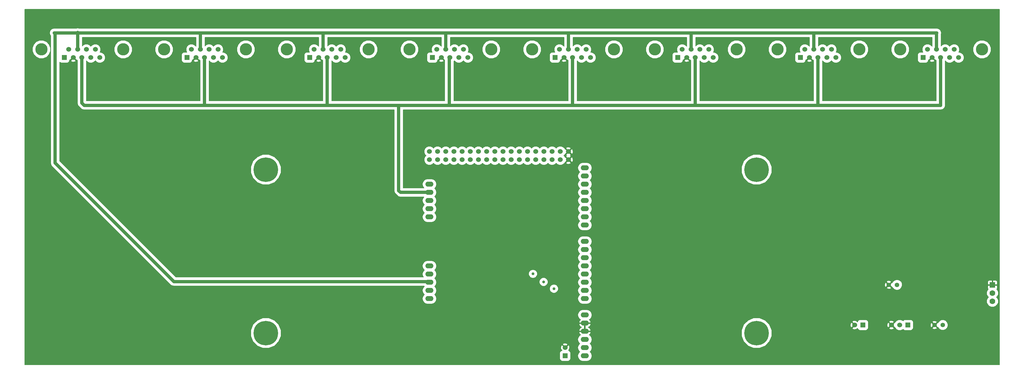
<source format=gbr>
G04 (created by PCBNEW (2013-07-07 BZR 4022)-stable) date 9/29/2015 10:07:16 AM*
%MOIN*%
G04 Gerber Fmt 3.4, Leading zero omitted, Abs format*
%FSLAX34Y34*%
G01*
G70*
G90*
G04 APERTURE LIST*
%ADD10C,0.00590551*%
%ADD11O,0.1X0.06*%
%ADD12C,0.06*%
%ADD13C,0.3*%
%ADD14C,0.07*%
%ADD15R,0.07X0.07*%
%ADD16R,0.06X0.06*%
%ADD17C,0.15*%
%ADD18C,0.055*%
%ADD19C,0.035*%
%ADD20C,0.04*%
%ADD21C,0.00787402*%
G04 APERTURE END LIST*
G54D10*
G54D11*
X72500Y-50000D03*
X72500Y-49000D03*
X72500Y-48000D03*
X72500Y-47000D03*
X72500Y-46000D03*
X91500Y-44000D03*
X91500Y-45000D03*
X91500Y-46000D03*
X91500Y-47000D03*
X91500Y-51000D03*
X91500Y-53000D03*
X91500Y-54000D03*
X91500Y-50000D03*
X91500Y-49000D03*
X91500Y-48000D03*
X91500Y-55000D03*
X91500Y-56000D03*
X91500Y-57000D03*
X91500Y-60000D03*
X91500Y-59000D03*
X91500Y-58000D03*
X91500Y-62000D03*
X91500Y-63000D03*
X91500Y-64000D03*
X91500Y-66000D03*
X91500Y-67000D03*
X72500Y-56000D03*
X72500Y-57000D03*
X72500Y-58000D03*
X72500Y-59000D03*
X72500Y-60000D03*
X91500Y-65000D03*
G54D12*
X73500Y-43000D03*
X73500Y-42000D03*
X74500Y-43000D03*
X74500Y-42000D03*
X75500Y-43000D03*
X75500Y-42000D03*
X76500Y-43000D03*
X76500Y-42000D03*
X72500Y-43000D03*
X72500Y-42000D03*
X77500Y-42000D03*
X77500Y-43000D03*
X78500Y-43000D03*
X78500Y-42000D03*
X79500Y-43000D03*
X79500Y-42000D03*
X80500Y-43000D03*
X80500Y-42000D03*
X81500Y-43000D03*
X81500Y-42000D03*
X82500Y-43000D03*
X82500Y-42000D03*
X83500Y-43000D03*
X83500Y-42000D03*
X84500Y-43000D03*
X84500Y-42000D03*
X85500Y-43000D03*
X85500Y-42000D03*
X86500Y-43000D03*
X86500Y-42000D03*
X87500Y-43000D03*
X87500Y-42000D03*
X88500Y-43000D03*
X88500Y-42000D03*
X89500Y-43000D03*
X89500Y-42000D03*
G54D13*
X52500Y-64210D03*
X112500Y-64210D03*
X112500Y-44210D03*
X52500Y-44210D03*
G54D14*
X141338Y-60330D03*
X141338Y-59330D03*
G54D15*
X141338Y-58330D03*
G54D16*
X125500Y-63228D03*
G54D12*
X124500Y-63228D03*
G54D16*
X89094Y-66996D03*
G54D12*
X89094Y-65996D03*
G54D17*
X35050Y-29500D03*
X25050Y-29500D03*
G54D16*
X27850Y-30500D03*
G54D12*
X28950Y-30500D03*
X30000Y-30500D03*
X31100Y-30500D03*
X32200Y-30500D03*
X28400Y-29500D03*
X29500Y-29500D03*
X30550Y-29500D03*
X31650Y-29500D03*
G54D17*
X95050Y-29500D03*
X85050Y-29500D03*
G54D16*
X87850Y-30500D03*
G54D12*
X88950Y-30500D03*
X90000Y-30500D03*
X91100Y-30500D03*
X92200Y-30500D03*
X88400Y-29500D03*
X89500Y-29500D03*
X90550Y-29500D03*
X91650Y-29500D03*
G54D17*
X50050Y-29500D03*
X40050Y-29500D03*
G54D16*
X42850Y-30500D03*
G54D12*
X43950Y-30500D03*
X45000Y-30500D03*
X46100Y-30500D03*
X47200Y-30500D03*
X43400Y-29500D03*
X44500Y-29500D03*
X45550Y-29500D03*
X46650Y-29500D03*
G54D17*
X110050Y-29500D03*
X100050Y-29500D03*
G54D16*
X102850Y-30500D03*
G54D12*
X103950Y-30500D03*
X105000Y-30500D03*
X106100Y-30500D03*
X107200Y-30500D03*
X103400Y-29500D03*
X104500Y-29500D03*
X105550Y-29500D03*
X106650Y-29500D03*
G54D17*
X65050Y-29500D03*
X55050Y-29500D03*
G54D16*
X57850Y-30500D03*
G54D12*
X58950Y-30500D03*
X60000Y-30500D03*
X61100Y-30500D03*
X62200Y-30500D03*
X58400Y-29500D03*
X59500Y-29500D03*
X60550Y-29500D03*
X61650Y-29500D03*
G54D17*
X125050Y-29500D03*
X115050Y-29500D03*
G54D16*
X117850Y-30500D03*
G54D12*
X118950Y-30500D03*
X120000Y-30500D03*
X121100Y-30500D03*
X122200Y-30500D03*
X118400Y-29500D03*
X119500Y-29500D03*
X120550Y-29500D03*
X121650Y-29500D03*
G54D17*
X80050Y-29500D03*
X70050Y-29500D03*
G54D16*
X72850Y-30500D03*
G54D12*
X73950Y-30500D03*
X75000Y-30500D03*
X76100Y-30500D03*
X77200Y-30500D03*
X73400Y-29500D03*
X74500Y-29500D03*
X75550Y-29500D03*
X76650Y-29500D03*
G54D17*
X140050Y-29500D03*
X130050Y-29500D03*
G54D16*
X132850Y-30500D03*
G54D12*
X133950Y-30500D03*
X135000Y-30500D03*
X136100Y-30500D03*
X137200Y-30500D03*
X133400Y-29500D03*
X134500Y-29500D03*
X135550Y-29500D03*
X136650Y-29500D03*
G54D18*
X134263Y-63228D03*
X135263Y-63228D03*
X129673Y-58307D03*
X128673Y-58307D03*
G54D16*
X131000Y-63228D03*
G54D12*
X130000Y-63228D03*
X129000Y-63228D03*
G54D19*
X127598Y-31929D03*
X112519Y-31929D03*
X97440Y-31929D03*
X82362Y-31968D03*
X67440Y-32007D03*
X52480Y-32047D03*
X38307Y-32086D03*
X87716Y-58779D03*
X86456Y-57952D03*
X85157Y-56968D03*
G54D20*
X29500Y-27480D02*
X26614Y-27480D01*
X72413Y-57913D02*
X72500Y-58000D01*
X41259Y-57913D02*
X72413Y-57913D01*
X26732Y-43385D02*
X41259Y-57913D01*
X26732Y-27598D02*
X26732Y-43385D01*
X26614Y-27480D02*
X26732Y-27598D01*
X119500Y-29500D02*
X119500Y-27480D01*
X119500Y-27480D02*
X119488Y-27480D01*
X104500Y-29500D02*
X104500Y-27480D01*
X104500Y-27480D02*
X104566Y-27480D01*
X89500Y-29500D02*
X89500Y-27480D01*
X89500Y-27480D02*
X89566Y-27480D01*
X74500Y-29500D02*
X74500Y-27480D01*
X74500Y-27480D02*
X74488Y-27480D01*
X59500Y-29500D02*
X59500Y-27480D01*
X59500Y-27480D02*
X59527Y-27480D01*
X44500Y-29500D02*
X44500Y-27480D01*
X44500Y-27480D02*
X44488Y-27480D01*
X29500Y-29500D02*
X29500Y-27480D01*
X29500Y-27480D02*
X29500Y-27429D01*
X134500Y-27507D02*
X134500Y-29500D01*
X134527Y-27480D02*
X134500Y-27507D01*
X29551Y-27480D02*
X44488Y-27480D01*
X44488Y-27480D02*
X59527Y-27480D01*
X59527Y-27480D02*
X74488Y-27480D01*
X74488Y-27480D02*
X89566Y-27480D01*
X89566Y-27480D02*
X104566Y-27480D01*
X104566Y-27480D02*
X119488Y-27480D01*
X119488Y-27480D02*
X134527Y-27480D01*
X29500Y-27429D02*
X29551Y-27480D01*
X60000Y-30500D02*
X60000Y-36338D01*
X45000Y-30500D02*
X45000Y-36338D01*
X72500Y-47000D02*
X68968Y-47000D01*
X68740Y-46771D02*
X68740Y-36338D01*
X68968Y-47000D02*
X68740Y-46771D01*
X74921Y-36338D02*
X74921Y-30578D01*
X74921Y-30578D02*
X75000Y-30500D01*
X120000Y-30500D02*
X120000Y-36338D01*
X120000Y-36338D02*
X119960Y-36338D01*
X105000Y-30500D02*
X105000Y-36338D01*
X90000Y-30500D02*
X90000Y-36338D01*
X30000Y-30500D02*
X30000Y-36062D01*
X135000Y-36338D02*
X135000Y-30500D01*
X30275Y-36338D02*
X45000Y-36338D01*
X45000Y-36338D02*
X60000Y-36338D01*
X60000Y-36338D02*
X68740Y-36338D01*
X68740Y-36338D02*
X74645Y-36338D01*
X74645Y-36338D02*
X74921Y-36338D01*
X74921Y-36338D02*
X75000Y-36338D01*
X75000Y-36338D02*
X90000Y-36338D01*
X90000Y-36338D02*
X105000Y-36338D01*
X105000Y-36338D02*
X119960Y-36338D01*
X119960Y-36338D02*
X135000Y-36338D01*
X30000Y-36062D02*
X30275Y-36338D01*
G54D10*
G36*
X44445Y-35784D02*
X44251Y-35784D01*
X44251Y-30886D01*
X43950Y-30585D01*
X43648Y-30886D01*
X43677Y-30977D01*
X43881Y-31045D01*
X44095Y-31030D01*
X44222Y-30977D01*
X44251Y-30886D01*
X44251Y-35784D01*
X41154Y-35784D01*
X41154Y-29281D01*
X40986Y-28875D01*
X40676Y-28564D01*
X40270Y-28395D01*
X39831Y-28395D01*
X39425Y-28563D01*
X39114Y-28873D01*
X38945Y-29279D01*
X38945Y-29718D01*
X39113Y-30124D01*
X39423Y-30435D01*
X39829Y-30604D01*
X40268Y-30604D01*
X40674Y-30436D01*
X40985Y-30126D01*
X41154Y-29720D01*
X41154Y-29281D01*
X41154Y-35784D01*
X36154Y-35784D01*
X36154Y-29281D01*
X35986Y-28875D01*
X35676Y-28564D01*
X35270Y-28395D01*
X34831Y-28395D01*
X34425Y-28563D01*
X34114Y-28873D01*
X33945Y-29279D01*
X33945Y-29718D01*
X34113Y-30124D01*
X34423Y-30435D01*
X34829Y-30604D01*
X35268Y-30604D01*
X35674Y-30436D01*
X35985Y-30126D01*
X36154Y-29720D01*
X36154Y-29281D01*
X36154Y-35784D01*
X30554Y-35784D01*
X30554Y-30879D01*
X30728Y-31054D01*
X30969Y-31154D01*
X31229Y-31154D01*
X31470Y-31055D01*
X31650Y-30875D01*
X31828Y-31054D01*
X32069Y-31154D01*
X32329Y-31154D01*
X32570Y-31055D01*
X32754Y-30871D01*
X32854Y-30630D01*
X32854Y-30370D01*
X32755Y-30129D01*
X32571Y-29945D01*
X32330Y-29845D01*
X32214Y-29845D01*
X32304Y-29630D01*
X32304Y-29370D01*
X32205Y-29129D01*
X32021Y-28945D01*
X31780Y-28845D01*
X31520Y-28845D01*
X31279Y-28944D01*
X31099Y-29124D01*
X30921Y-28945D01*
X30680Y-28845D01*
X30420Y-28845D01*
X30179Y-28944D01*
X30054Y-29070D01*
X30054Y-28034D01*
X43945Y-28034D01*
X43945Y-29120D01*
X43771Y-28945D01*
X43530Y-28845D01*
X43270Y-28845D01*
X43029Y-28944D01*
X42845Y-29128D01*
X42745Y-29369D01*
X42745Y-29629D01*
X42834Y-29845D01*
X42479Y-29845D01*
X42349Y-29899D01*
X42249Y-29999D01*
X42195Y-30129D01*
X42195Y-30270D01*
X42195Y-30870D01*
X42249Y-31000D01*
X42349Y-31100D01*
X42479Y-31154D01*
X42620Y-31154D01*
X43220Y-31154D01*
X43350Y-31100D01*
X43450Y-31000D01*
X43504Y-30870D01*
X43504Y-30782D01*
X43563Y-30801D01*
X43864Y-30500D01*
X43858Y-30494D01*
X43944Y-30408D01*
X43950Y-30414D01*
X43955Y-30408D01*
X44041Y-30494D01*
X44035Y-30500D01*
X44336Y-30801D01*
X44407Y-30778D01*
X44444Y-30870D01*
X44445Y-30870D01*
X44445Y-35784D01*
X44445Y-35784D01*
G37*
G54D21*
X44445Y-35784D02*
X44251Y-35784D01*
X44251Y-30886D01*
X43950Y-30585D01*
X43648Y-30886D01*
X43677Y-30977D01*
X43881Y-31045D01*
X44095Y-31030D01*
X44222Y-30977D01*
X44251Y-30886D01*
X44251Y-35784D01*
X41154Y-35784D01*
X41154Y-29281D01*
X40986Y-28875D01*
X40676Y-28564D01*
X40270Y-28395D01*
X39831Y-28395D01*
X39425Y-28563D01*
X39114Y-28873D01*
X38945Y-29279D01*
X38945Y-29718D01*
X39113Y-30124D01*
X39423Y-30435D01*
X39829Y-30604D01*
X40268Y-30604D01*
X40674Y-30436D01*
X40985Y-30126D01*
X41154Y-29720D01*
X41154Y-29281D01*
X41154Y-35784D01*
X36154Y-35784D01*
X36154Y-29281D01*
X35986Y-28875D01*
X35676Y-28564D01*
X35270Y-28395D01*
X34831Y-28395D01*
X34425Y-28563D01*
X34114Y-28873D01*
X33945Y-29279D01*
X33945Y-29718D01*
X34113Y-30124D01*
X34423Y-30435D01*
X34829Y-30604D01*
X35268Y-30604D01*
X35674Y-30436D01*
X35985Y-30126D01*
X36154Y-29720D01*
X36154Y-29281D01*
X36154Y-35784D01*
X30554Y-35784D01*
X30554Y-30879D01*
X30728Y-31054D01*
X30969Y-31154D01*
X31229Y-31154D01*
X31470Y-31055D01*
X31650Y-30875D01*
X31828Y-31054D01*
X32069Y-31154D01*
X32329Y-31154D01*
X32570Y-31055D01*
X32754Y-30871D01*
X32854Y-30630D01*
X32854Y-30370D01*
X32755Y-30129D01*
X32571Y-29945D01*
X32330Y-29845D01*
X32214Y-29845D01*
X32304Y-29630D01*
X32304Y-29370D01*
X32205Y-29129D01*
X32021Y-28945D01*
X31780Y-28845D01*
X31520Y-28845D01*
X31279Y-28944D01*
X31099Y-29124D01*
X30921Y-28945D01*
X30680Y-28845D01*
X30420Y-28845D01*
X30179Y-28944D01*
X30054Y-29070D01*
X30054Y-28034D01*
X43945Y-28034D01*
X43945Y-29120D01*
X43771Y-28945D01*
X43530Y-28845D01*
X43270Y-28845D01*
X43029Y-28944D01*
X42845Y-29128D01*
X42745Y-29369D01*
X42745Y-29629D01*
X42834Y-29845D01*
X42479Y-29845D01*
X42349Y-29899D01*
X42249Y-29999D01*
X42195Y-30129D01*
X42195Y-30270D01*
X42195Y-30870D01*
X42249Y-31000D01*
X42349Y-31100D01*
X42479Y-31154D01*
X42620Y-31154D01*
X43220Y-31154D01*
X43350Y-31100D01*
X43450Y-31000D01*
X43504Y-30870D01*
X43504Y-30782D01*
X43563Y-30801D01*
X43864Y-30500D01*
X43858Y-30494D01*
X43944Y-30408D01*
X43950Y-30414D01*
X43955Y-30408D01*
X44041Y-30494D01*
X44035Y-30500D01*
X44336Y-30801D01*
X44407Y-30778D01*
X44444Y-30870D01*
X44445Y-30870D01*
X44445Y-35784D01*
G54D10*
G36*
X59445Y-35784D02*
X59251Y-35784D01*
X59251Y-30886D01*
X58950Y-30585D01*
X58648Y-30886D01*
X58677Y-30977D01*
X58881Y-31045D01*
X59095Y-31030D01*
X59222Y-30977D01*
X59251Y-30886D01*
X59251Y-35784D01*
X56154Y-35784D01*
X56154Y-29281D01*
X55986Y-28875D01*
X55676Y-28564D01*
X55270Y-28395D01*
X54831Y-28395D01*
X54425Y-28563D01*
X54114Y-28873D01*
X53945Y-29279D01*
X53945Y-29718D01*
X54113Y-30124D01*
X54423Y-30435D01*
X54829Y-30604D01*
X55268Y-30604D01*
X55674Y-30436D01*
X55985Y-30126D01*
X56154Y-29720D01*
X56154Y-29281D01*
X56154Y-35784D01*
X51154Y-35784D01*
X51154Y-29281D01*
X50986Y-28875D01*
X50676Y-28564D01*
X50270Y-28395D01*
X49831Y-28395D01*
X49425Y-28563D01*
X49114Y-28873D01*
X48945Y-29279D01*
X48945Y-29718D01*
X49113Y-30124D01*
X49423Y-30435D01*
X49829Y-30604D01*
X50268Y-30604D01*
X50674Y-30436D01*
X50985Y-30126D01*
X51154Y-29720D01*
X51154Y-29281D01*
X51154Y-35784D01*
X45554Y-35784D01*
X45554Y-30879D01*
X45728Y-31054D01*
X45969Y-31154D01*
X46229Y-31154D01*
X46470Y-31055D01*
X46650Y-30875D01*
X46828Y-31054D01*
X47069Y-31154D01*
X47329Y-31154D01*
X47570Y-31055D01*
X47754Y-30871D01*
X47854Y-30630D01*
X47854Y-30370D01*
X47755Y-30129D01*
X47571Y-29945D01*
X47330Y-29845D01*
X47214Y-29845D01*
X47304Y-29630D01*
X47304Y-29370D01*
X47205Y-29129D01*
X47021Y-28945D01*
X46780Y-28845D01*
X46520Y-28845D01*
X46279Y-28944D01*
X46099Y-29124D01*
X45921Y-28945D01*
X45680Y-28845D01*
X45420Y-28845D01*
X45179Y-28944D01*
X45054Y-29070D01*
X45054Y-28034D01*
X58945Y-28034D01*
X58945Y-29120D01*
X58771Y-28945D01*
X58530Y-28845D01*
X58270Y-28845D01*
X58029Y-28944D01*
X57845Y-29128D01*
X57745Y-29369D01*
X57745Y-29629D01*
X57834Y-29845D01*
X57479Y-29845D01*
X57349Y-29899D01*
X57249Y-29999D01*
X57195Y-30129D01*
X57195Y-30270D01*
X57195Y-30870D01*
X57249Y-31000D01*
X57349Y-31100D01*
X57479Y-31154D01*
X57620Y-31154D01*
X58220Y-31154D01*
X58350Y-31100D01*
X58450Y-31000D01*
X58504Y-30870D01*
X58504Y-30782D01*
X58563Y-30801D01*
X58864Y-30500D01*
X58858Y-30494D01*
X58944Y-30408D01*
X58950Y-30414D01*
X58955Y-30408D01*
X59041Y-30494D01*
X59035Y-30500D01*
X59336Y-30801D01*
X59407Y-30778D01*
X59444Y-30870D01*
X59445Y-30870D01*
X59445Y-35784D01*
X59445Y-35784D01*
G37*
G54D21*
X59445Y-35784D02*
X59251Y-35784D01*
X59251Y-30886D01*
X58950Y-30585D01*
X58648Y-30886D01*
X58677Y-30977D01*
X58881Y-31045D01*
X59095Y-31030D01*
X59222Y-30977D01*
X59251Y-30886D01*
X59251Y-35784D01*
X56154Y-35784D01*
X56154Y-29281D01*
X55986Y-28875D01*
X55676Y-28564D01*
X55270Y-28395D01*
X54831Y-28395D01*
X54425Y-28563D01*
X54114Y-28873D01*
X53945Y-29279D01*
X53945Y-29718D01*
X54113Y-30124D01*
X54423Y-30435D01*
X54829Y-30604D01*
X55268Y-30604D01*
X55674Y-30436D01*
X55985Y-30126D01*
X56154Y-29720D01*
X56154Y-29281D01*
X56154Y-35784D01*
X51154Y-35784D01*
X51154Y-29281D01*
X50986Y-28875D01*
X50676Y-28564D01*
X50270Y-28395D01*
X49831Y-28395D01*
X49425Y-28563D01*
X49114Y-28873D01*
X48945Y-29279D01*
X48945Y-29718D01*
X49113Y-30124D01*
X49423Y-30435D01*
X49829Y-30604D01*
X50268Y-30604D01*
X50674Y-30436D01*
X50985Y-30126D01*
X51154Y-29720D01*
X51154Y-29281D01*
X51154Y-35784D01*
X45554Y-35784D01*
X45554Y-30879D01*
X45728Y-31054D01*
X45969Y-31154D01*
X46229Y-31154D01*
X46470Y-31055D01*
X46650Y-30875D01*
X46828Y-31054D01*
X47069Y-31154D01*
X47329Y-31154D01*
X47570Y-31055D01*
X47754Y-30871D01*
X47854Y-30630D01*
X47854Y-30370D01*
X47755Y-30129D01*
X47571Y-29945D01*
X47330Y-29845D01*
X47214Y-29845D01*
X47304Y-29630D01*
X47304Y-29370D01*
X47205Y-29129D01*
X47021Y-28945D01*
X46780Y-28845D01*
X46520Y-28845D01*
X46279Y-28944D01*
X46099Y-29124D01*
X45921Y-28945D01*
X45680Y-28845D01*
X45420Y-28845D01*
X45179Y-28944D01*
X45054Y-29070D01*
X45054Y-28034D01*
X58945Y-28034D01*
X58945Y-29120D01*
X58771Y-28945D01*
X58530Y-28845D01*
X58270Y-28845D01*
X58029Y-28944D01*
X57845Y-29128D01*
X57745Y-29369D01*
X57745Y-29629D01*
X57834Y-29845D01*
X57479Y-29845D01*
X57349Y-29899D01*
X57249Y-29999D01*
X57195Y-30129D01*
X57195Y-30270D01*
X57195Y-30870D01*
X57249Y-31000D01*
X57349Y-31100D01*
X57479Y-31154D01*
X57620Y-31154D01*
X58220Y-31154D01*
X58350Y-31100D01*
X58450Y-31000D01*
X58504Y-30870D01*
X58504Y-30782D01*
X58563Y-30801D01*
X58864Y-30500D01*
X58858Y-30494D01*
X58944Y-30408D01*
X58950Y-30414D01*
X58955Y-30408D01*
X59041Y-30494D01*
X59035Y-30500D01*
X59336Y-30801D01*
X59407Y-30778D01*
X59444Y-30870D01*
X59445Y-30870D01*
X59445Y-35784D01*
G54D10*
G36*
X74366Y-35784D02*
X74251Y-35784D01*
X74251Y-30886D01*
X73950Y-30585D01*
X73648Y-30886D01*
X73677Y-30977D01*
X73881Y-31045D01*
X74095Y-31030D01*
X74222Y-30977D01*
X74251Y-30886D01*
X74251Y-35784D01*
X71154Y-35784D01*
X71154Y-29281D01*
X70986Y-28875D01*
X70676Y-28564D01*
X70270Y-28395D01*
X69831Y-28395D01*
X69425Y-28563D01*
X69114Y-28873D01*
X68945Y-29279D01*
X68945Y-29718D01*
X69113Y-30124D01*
X69423Y-30435D01*
X69829Y-30604D01*
X70268Y-30604D01*
X70674Y-30436D01*
X70985Y-30126D01*
X71154Y-29720D01*
X71154Y-29281D01*
X71154Y-35784D01*
X68740Y-35784D01*
X66154Y-35784D01*
X66154Y-29281D01*
X65986Y-28875D01*
X65676Y-28564D01*
X65270Y-28395D01*
X64831Y-28395D01*
X64425Y-28563D01*
X64114Y-28873D01*
X63945Y-29279D01*
X63945Y-29718D01*
X64113Y-30124D01*
X64423Y-30435D01*
X64829Y-30604D01*
X65268Y-30604D01*
X65674Y-30436D01*
X65985Y-30126D01*
X66154Y-29720D01*
X66154Y-29281D01*
X66154Y-35784D01*
X60554Y-35784D01*
X60554Y-30879D01*
X60728Y-31054D01*
X60969Y-31154D01*
X61229Y-31154D01*
X61470Y-31055D01*
X61650Y-30875D01*
X61828Y-31054D01*
X62069Y-31154D01*
X62329Y-31154D01*
X62570Y-31055D01*
X62754Y-30871D01*
X62854Y-30630D01*
X62854Y-30370D01*
X62755Y-30129D01*
X62571Y-29945D01*
X62330Y-29845D01*
X62214Y-29845D01*
X62304Y-29630D01*
X62304Y-29370D01*
X62205Y-29129D01*
X62021Y-28945D01*
X61780Y-28845D01*
X61520Y-28845D01*
X61279Y-28944D01*
X61099Y-29124D01*
X60921Y-28945D01*
X60680Y-28845D01*
X60420Y-28845D01*
X60179Y-28944D01*
X60054Y-29070D01*
X60054Y-28034D01*
X73945Y-28034D01*
X73945Y-29120D01*
X73771Y-28945D01*
X73530Y-28845D01*
X73270Y-28845D01*
X73029Y-28944D01*
X72845Y-29128D01*
X72745Y-29369D01*
X72745Y-29629D01*
X72834Y-29845D01*
X72479Y-29845D01*
X72349Y-29899D01*
X72249Y-29999D01*
X72195Y-30129D01*
X72195Y-30270D01*
X72195Y-30870D01*
X72249Y-31000D01*
X72349Y-31100D01*
X72479Y-31154D01*
X72620Y-31154D01*
X73220Y-31154D01*
X73350Y-31100D01*
X73450Y-31000D01*
X73504Y-30870D01*
X73504Y-30782D01*
X73563Y-30801D01*
X73864Y-30500D01*
X73858Y-30494D01*
X73944Y-30408D01*
X73950Y-30414D01*
X73955Y-30408D01*
X74041Y-30494D01*
X74035Y-30500D01*
X74336Y-30801D01*
X74366Y-30791D01*
X74366Y-35784D01*
X74366Y-35784D01*
G37*
G54D21*
X74366Y-35784D02*
X74251Y-35784D01*
X74251Y-30886D01*
X73950Y-30585D01*
X73648Y-30886D01*
X73677Y-30977D01*
X73881Y-31045D01*
X74095Y-31030D01*
X74222Y-30977D01*
X74251Y-30886D01*
X74251Y-35784D01*
X71154Y-35784D01*
X71154Y-29281D01*
X70986Y-28875D01*
X70676Y-28564D01*
X70270Y-28395D01*
X69831Y-28395D01*
X69425Y-28563D01*
X69114Y-28873D01*
X68945Y-29279D01*
X68945Y-29718D01*
X69113Y-30124D01*
X69423Y-30435D01*
X69829Y-30604D01*
X70268Y-30604D01*
X70674Y-30436D01*
X70985Y-30126D01*
X71154Y-29720D01*
X71154Y-29281D01*
X71154Y-35784D01*
X68740Y-35784D01*
X66154Y-35784D01*
X66154Y-29281D01*
X65986Y-28875D01*
X65676Y-28564D01*
X65270Y-28395D01*
X64831Y-28395D01*
X64425Y-28563D01*
X64114Y-28873D01*
X63945Y-29279D01*
X63945Y-29718D01*
X64113Y-30124D01*
X64423Y-30435D01*
X64829Y-30604D01*
X65268Y-30604D01*
X65674Y-30436D01*
X65985Y-30126D01*
X66154Y-29720D01*
X66154Y-29281D01*
X66154Y-35784D01*
X60554Y-35784D01*
X60554Y-30879D01*
X60728Y-31054D01*
X60969Y-31154D01*
X61229Y-31154D01*
X61470Y-31055D01*
X61650Y-30875D01*
X61828Y-31054D01*
X62069Y-31154D01*
X62329Y-31154D01*
X62570Y-31055D01*
X62754Y-30871D01*
X62854Y-30630D01*
X62854Y-30370D01*
X62755Y-30129D01*
X62571Y-29945D01*
X62330Y-29845D01*
X62214Y-29845D01*
X62304Y-29630D01*
X62304Y-29370D01*
X62205Y-29129D01*
X62021Y-28945D01*
X61780Y-28845D01*
X61520Y-28845D01*
X61279Y-28944D01*
X61099Y-29124D01*
X60921Y-28945D01*
X60680Y-28845D01*
X60420Y-28845D01*
X60179Y-28944D01*
X60054Y-29070D01*
X60054Y-28034D01*
X73945Y-28034D01*
X73945Y-29120D01*
X73771Y-28945D01*
X73530Y-28845D01*
X73270Y-28845D01*
X73029Y-28944D01*
X72845Y-29128D01*
X72745Y-29369D01*
X72745Y-29629D01*
X72834Y-29845D01*
X72479Y-29845D01*
X72349Y-29899D01*
X72249Y-29999D01*
X72195Y-30129D01*
X72195Y-30270D01*
X72195Y-30870D01*
X72249Y-31000D01*
X72349Y-31100D01*
X72479Y-31154D01*
X72620Y-31154D01*
X73220Y-31154D01*
X73350Y-31100D01*
X73450Y-31000D01*
X73504Y-30870D01*
X73504Y-30782D01*
X73563Y-30801D01*
X73864Y-30500D01*
X73858Y-30494D01*
X73944Y-30408D01*
X73950Y-30414D01*
X73955Y-30408D01*
X74041Y-30494D01*
X74035Y-30500D01*
X74336Y-30801D01*
X74366Y-30791D01*
X74366Y-35784D01*
G54D10*
G36*
X89445Y-35784D02*
X89251Y-35784D01*
X89251Y-30886D01*
X88950Y-30585D01*
X88648Y-30886D01*
X88677Y-30977D01*
X88881Y-31045D01*
X89095Y-31030D01*
X89222Y-30977D01*
X89251Y-30886D01*
X89251Y-35784D01*
X86154Y-35784D01*
X86154Y-29281D01*
X85986Y-28875D01*
X85676Y-28564D01*
X85270Y-28395D01*
X84831Y-28395D01*
X84425Y-28563D01*
X84114Y-28873D01*
X83945Y-29279D01*
X83945Y-29718D01*
X84113Y-30124D01*
X84423Y-30435D01*
X84829Y-30604D01*
X85268Y-30604D01*
X85674Y-30436D01*
X85985Y-30126D01*
X86154Y-29720D01*
X86154Y-29281D01*
X86154Y-35784D01*
X81154Y-35784D01*
X81154Y-29281D01*
X80986Y-28875D01*
X80676Y-28564D01*
X80270Y-28395D01*
X79831Y-28395D01*
X79425Y-28563D01*
X79114Y-28873D01*
X78945Y-29279D01*
X78945Y-29718D01*
X79113Y-30124D01*
X79423Y-30435D01*
X79829Y-30604D01*
X80268Y-30604D01*
X80674Y-30436D01*
X80985Y-30126D01*
X81154Y-29720D01*
X81154Y-29281D01*
X81154Y-35784D01*
X75475Y-35784D01*
X75475Y-30949D01*
X75550Y-30875D01*
X75728Y-31054D01*
X75969Y-31154D01*
X76229Y-31154D01*
X76470Y-31055D01*
X76650Y-30875D01*
X76828Y-31054D01*
X77069Y-31154D01*
X77329Y-31154D01*
X77570Y-31055D01*
X77754Y-30871D01*
X77854Y-30630D01*
X77854Y-30370D01*
X77755Y-30129D01*
X77571Y-29945D01*
X77330Y-29845D01*
X77214Y-29845D01*
X77304Y-29630D01*
X77304Y-29370D01*
X77205Y-29129D01*
X77021Y-28945D01*
X76780Y-28845D01*
X76520Y-28845D01*
X76279Y-28944D01*
X76099Y-29124D01*
X75921Y-28945D01*
X75680Y-28845D01*
X75420Y-28845D01*
X75179Y-28944D01*
X75054Y-29070D01*
X75054Y-28034D01*
X88945Y-28034D01*
X88945Y-29120D01*
X88771Y-28945D01*
X88530Y-28845D01*
X88270Y-28845D01*
X88029Y-28944D01*
X87845Y-29128D01*
X87745Y-29369D01*
X87745Y-29629D01*
X87834Y-29845D01*
X87479Y-29845D01*
X87349Y-29899D01*
X87249Y-29999D01*
X87195Y-30129D01*
X87195Y-30270D01*
X87195Y-30870D01*
X87249Y-31000D01*
X87349Y-31100D01*
X87479Y-31154D01*
X87620Y-31154D01*
X88220Y-31154D01*
X88350Y-31100D01*
X88450Y-31000D01*
X88504Y-30870D01*
X88504Y-30782D01*
X88563Y-30801D01*
X88864Y-30500D01*
X88858Y-30494D01*
X88944Y-30408D01*
X88950Y-30414D01*
X88955Y-30408D01*
X89041Y-30494D01*
X89035Y-30500D01*
X89336Y-30801D01*
X89407Y-30778D01*
X89444Y-30870D01*
X89445Y-30870D01*
X89445Y-35784D01*
X89445Y-35784D01*
G37*
G54D21*
X89445Y-35784D02*
X89251Y-35784D01*
X89251Y-30886D01*
X88950Y-30585D01*
X88648Y-30886D01*
X88677Y-30977D01*
X88881Y-31045D01*
X89095Y-31030D01*
X89222Y-30977D01*
X89251Y-30886D01*
X89251Y-35784D01*
X86154Y-35784D01*
X86154Y-29281D01*
X85986Y-28875D01*
X85676Y-28564D01*
X85270Y-28395D01*
X84831Y-28395D01*
X84425Y-28563D01*
X84114Y-28873D01*
X83945Y-29279D01*
X83945Y-29718D01*
X84113Y-30124D01*
X84423Y-30435D01*
X84829Y-30604D01*
X85268Y-30604D01*
X85674Y-30436D01*
X85985Y-30126D01*
X86154Y-29720D01*
X86154Y-29281D01*
X86154Y-35784D01*
X81154Y-35784D01*
X81154Y-29281D01*
X80986Y-28875D01*
X80676Y-28564D01*
X80270Y-28395D01*
X79831Y-28395D01*
X79425Y-28563D01*
X79114Y-28873D01*
X78945Y-29279D01*
X78945Y-29718D01*
X79113Y-30124D01*
X79423Y-30435D01*
X79829Y-30604D01*
X80268Y-30604D01*
X80674Y-30436D01*
X80985Y-30126D01*
X81154Y-29720D01*
X81154Y-29281D01*
X81154Y-35784D01*
X75475Y-35784D01*
X75475Y-30949D01*
X75550Y-30875D01*
X75728Y-31054D01*
X75969Y-31154D01*
X76229Y-31154D01*
X76470Y-31055D01*
X76650Y-30875D01*
X76828Y-31054D01*
X77069Y-31154D01*
X77329Y-31154D01*
X77570Y-31055D01*
X77754Y-30871D01*
X77854Y-30630D01*
X77854Y-30370D01*
X77755Y-30129D01*
X77571Y-29945D01*
X77330Y-29845D01*
X77214Y-29845D01*
X77304Y-29630D01*
X77304Y-29370D01*
X77205Y-29129D01*
X77021Y-28945D01*
X76780Y-28845D01*
X76520Y-28845D01*
X76279Y-28944D01*
X76099Y-29124D01*
X75921Y-28945D01*
X75680Y-28845D01*
X75420Y-28845D01*
X75179Y-28944D01*
X75054Y-29070D01*
X75054Y-28034D01*
X88945Y-28034D01*
X88945Y-29120D01*
X88771Y-28945D01*
X88530Y-28845D01*
X88270Y-28845D01*
X88029Y-28944D01*
X87845Y-29128D01*
X87745Y-29369D01*
X87745Y-29629D01*
X87834Y-29845D01*
X87479Y-29845D01*
X87349Y-29899D01*
X87249Y-29999D01*
X87195Y-30129D01*
X87195Y-30270D01*
X87195Y-30870D01*
X87249Y-31000D01*
X87349Y-31100D01*
X87479Y-31154D01*
X87620Y-31154D01*
X88220Y-31154D01*
X88350Y-31100D01*
X88450Y-31000D01*
X88504Y-30870D01*
X88504Y-30782D01*
X88563Y-30801D01*
X88864Y-30500D01*
X88858Y-30494D01*
X88944Y-30408D01*
X88950Y-30414D01*
X88955Y-30408D01*
X89041Y-30494D01*
X89035Y-30500D01*
X89336Y-30801D01*
X89407Y-30778D01*
X89444Y-30870D01*
X89445Y-30870D01*
X89445Y-35784D01*
G54D10*
G36*
X104445Y-35784D02*
X104251Y-35784D01*
X104251Y-30886D01*
X103950Y-30585D01*
X103648Y-30886D01*
X103677Y-30977D01*
X103881Y-31045D01*
X104095Y-31030D01*
X104222Y-30977D01*
X104251Y-30886D01*
X104251Y-35784D01*
X101154Y-35784D01*
X101154Y-29281D01*
X100986Y-28875D01*
X100676Y-28564D01*
X100270Y-28395D01*
X99831Y-28395D01*
X99425Y-28563D01*
X99114Y-28873D01*
X98945Y-29279D01*
X98945Y-29718D01*
X99113Y-30124D01*
X99423Y-30435D01*
X99829Y-30604D01*
X100268Y-30604D01*
X100674Y-30436D01*
X100985Y-30126D01*
X101154Y-29720D01*
X101154Y-29281D01*
X101154Y-35784D01*
X96154Y-35784D01*
X96154Y-29281D01*
X95986Y-28875D01*
X95676Y-28564D01*
X95270Y-28395D01*
X94831Y-28395D01*
X94425Y-28563D01*
X94114Y-28873D01*
X93945Y-29279D01*
X93945Y-29718D01*
X94113Y-30124D01*
X94423Y-30435D01*
X94829Y-30604D01*
X95268Y-30604D01*
X95674Y-30436D01*
X95985Y-30126D01*
X96154Y-29720D01*
X96154Y-29281D01*
X96154Y-35784D01*
X90554Y-35784D01*
X90554Y-30879D01*
X90728Y-31054D01*
X90969Y-31154D01*
X91229Y-31154D01*
X91470Y-31055D01*
X91650Y-30875D01*
X91828Y-31054D01*
X92069Y-31154D01*
X92329Y-31154D01*
X92570Y-31055D01*
X92754Y-30871D01*
X92854Y-30630D01*
X92854Y-30370D01*
X92755Y-30129D01*
X92571Y-29945D01*
X92330Y-29845D01*
X92214Y-29845D01*
X92304Y-29630D01*
X92304Y-29370D01*
X92205Y-29129D01*
X92021Y-28945D01*
X91780Y-28845D01*
X91520Y-28845D01*
X91279Y-28944D01*
X91099Y-29124D01*
X90921Y-28945D01*
X90680Y-28845D01*
X90420Y-28845D01*
X90179Y-28944D01*
X90054Y-29070D01*
X90054Y-28034D01*
X103945Y-28034D01*
X103945Y-29120D01*
X103771Y-28945D01*
X103530Y-28845D01*
X103270Y-28845D01*
X103029Y-28944D01*
X102845Y-29128D01*
X102745Y-29369D01*
X102745Y-29629D01*
X102834Y-29845D01*
X102479Y-29845D01*
X102349Y-29899D01*
X102249Y-29999D01*
X102195Y-30129D01*
X102195Y-30270D01*
X102195Y-30870D01*
X102249Y-31000D01*
X102349Y-31100D01*
X102479Y-31154D01*
X102620Y-31154D01*
X103220Y-31154D01*
X103350Y-31100D01*
X103450Y-31000D01*
X103504Y-30870D01*
X103504Y-30782D01*
X103563Y-30801D01*
X103864Y-30500D01*
X103858Y-30494D01*
X103944Y-30408D01*
X103950Y-30414D01*
X103955Y-30408D01*
X104041Y-30494D01*
X104035Y-30500D01*
X104336Y-30801D01*
X104407Y-30778D01*
X104444Y-30870D01*
X104445Y-30870D01*
X104445Y-35784D01*
X104445Y-35784D01*
G37*
G54D21*
X104445Y-35784D02*
X104251Y-35784D01*
X104251Y-30886D01*
X103950Y-30585D01*
X103648Y-30886D01*
X103677Y-30977D01*
X103881Y-31045D01*
X104095Y-31030D01*
X104222Y-30977D01*
X104251Y-30886D01*
X104251Y-35784D01*
X101154Y-35784D01*
X101154Y-29281D01*
X100986Y-28875D01*
X100676Y-28564D01*
X100270Y-28395D01*
X99831Y-28395D01*
X99425Y-28563D01*
X99114Y-28873D01*
X98945Y-29279D01*
X98945Y-29718D01*
X99113Y-30124D01*
X99423Y-30435D01*
X99829Y-30604D01*
X100268Y-30604D01*
X100674Y-30436D01*
X100985Y-30126D01*
X101154Y-29720D01*
X101154Y-29281D01*
X101154Y-35784D01*
X96154Y-35784D01*
X96154Y-29281D01*
X95986Y-28875D01*
X95676Y-28564D01*
X95270Y-28395D01*
X94831Y-28395D01*
X94425Y-28563D01*
X94114Y-28873D01*
X93945Y-29279D01*
X93945Y-29718D01*
X94113Y-30124D01*
X94423Y-30435D01*
X94829Y-30604D01*
X95268Y-30604D01*
X95674Y-30436D01*
X95985Y-30126D01*
X96154Y-29720D01*
X96154Y-29281D01*
X96154Y-35784D01*
X90554Y-35784D01*
X90554Y-30879D01*
X90728Y-31054D01*
X90969Y-31154D01*
X91229Y-31154D01*
X91470Y-31055D01*
X91650Y-30875D01*
X91828Y-31054D01*
X92069Y-31154D01*
X92329Y-31154D01*
X92570Y-31055D01*
X92754Y-30871D01*
X92854Y-30630D01*
X92854Y-30370D01*
X92755Y-30129D01*
X92571Y-29945D01*
X92330Y-29845D01*
X92214Y-29845D01*
X92304Y-29630D01*
X92304Y-29370D01*
X92205Y-29129D01*
X92021Y-28945D01*
X91780Y-28845D01*
X91520Y-28845D01*
X91279Y-28944D01*
X91099Y-29124D01*
X90921Y-28945D01*
X90680Y-28845D01*
X90420Y-28845D01*
X90179Y-28944D01*
X90054Y-29070D01*
X90054Y-28034D01*
X103945Y-28034D01*
X103945Y-29120D01*
X103771Y-28945D01*
X103530Y-28845D01*
X103270Y-28845D01*
X103029Y-28944D01*
X102845Y-29128D01*
X102745Y-29369D01*
X102745Y-29629D01*
X102834Y-29845D01*
X102479Y-29845D01*
X102349Y-29899D01*
X102249Y-29999D01*
X102195Y-30129D01*
X102195Y-30270D01*
X102195Y-30870D01*
X102249Y-31000D01*
X102349Y-31100D01*
X102479Y-31154D01*
X102620Y-31154D01*
X103220Y-31154D01*
X103350Y-31100D01*
X103450Y-31000D01*
X103504Y-30870D01*
X103504Y-30782D01*
X103563Y-30801D01*
X103864Y-30500D01*
X103858Y-30494D01*
X103944Y-30408D01*
X103950Y-30414D01*
X103955Y-30408D01*
X104041Y-30494D01*
X104035Y-30500D01*
X104336Y-30801D01*
X104407Y-30778D01*
X104444Y-30870D01*
X104445Y-30870D01*
X104445Y-35784D01*
G54D10*
G36*
X119445Y-35784D02*
X119251Y-35784D01*
X119251Y-30886D01*
X118950Y-30585D01*
X118648Y-30886D01*
X118677Y-30977D01*
X118881Y-31045D01*
X119095Y-31030D01*
X119222Y-30977D01*
X119251Y-30886D01*
X119251Y-35784D01*
X116154Y-35784D01*
X116154Y-29281D01*
X115986Y-28875D01*
X115676Y-28564D01*
X115270Y-28395D01*
X114831Y-28395D01*
X114425Y-28563D01*
X114114Y-28873D01*
X113945Y-29279D01*
X113945Y-29718D01*
X114113Y-30124D01*
X114423Y-30435D01*
X114829Y-30604D01*
X115268Y-30604D01*
X115674Y-30436D01*
X115985Y-30126D01*
X116154Y-29720D01*
X116154Y-29281D01*
X116154Y-35784D01*
X111154Y-35784D01*
X111154Y-29281D01*
X110986Y-28875D01*
X110676Y-28564D01*
X110270Y-28395D01*
X109831Y-28395D01*
X109425Y-28563D01*
X109114Y-28873D01*
X108945Y-29279D01*
X108945Y-29718D01*
X109113Y-30124D01*
X109423Y-30435D01*
X109829Y-30604D01*
X110268Y-30604D01*
X110674Y-30436D01*
X110985Y-30126D01*
X111154Y-29720D01*
X111154Y-29281D01*
X111154Y-35784D01*
X105554Y-35784D01*
X105554Y-30879D01*
X105728Y-31054D01*
X105969Y-31154D01*
X106229Y-31154D01*
X106470Y-31055D01*
X106650Y-30875D01*
X106828Y-31054D01*
X107069Y-31154D01*
X107329Y-31154D01*
X107570Y-31055D01*
X107754Y-30871D01*
X107854Y-30630D01*
X107854Y-30370D01*
X107755Y-30129D01*
X107571Y-29945D01*
X107330Y-29845D01*
X107214Y-29845D01*
X107304Y-29630D01*
X107304Y-29370D01*
X107205Y-29129D01*
X107021Y-28945D01*
X106780Y-28845D01*
X106520Y-28845D01*
X106279Y-28944D01*
X106099Y-29124D01*
X105921Y-28945D01*
X105680Y-28845D01*
X105420Y-28845D01*
X105179Y-28944D01*
X105054Y-29070D01*
X105054Y-28034D01*
X118945Y-28034D01*
X118945Y-29120D01*
X118771Y-28945D01*
X118530Y-28845D01*
X118270Y-28845D01*
X118029Y-28944D01*
X117845Y-29128D01*
X117745Y-29369D01*
X117745Y-29629D01*
X117834Y-29845D01*
X117479Y-29845D01*
X117349Y-29899D01*
X117249Y-29999D01*
X117195Y-30129D01*
X117195Y-30270D01*
X117195Y-30870D01*
X117249Y-31000D01*
X117349Y-31100D01*
X117479Y-31154D01*
X117620Y-31154D01*
X118220Y-31154D01*
X118350Y-31100D01*
X118450Y-31000D01*
X118504Y-30870D01*
X118504Y-30782D01*
X118563Y-30801D01*
X118864Y-30500D01*
X118858Y-30494D01*
X118944Y-30408D01*
X118950Y-30414D01*
X118955Y-30408D01*
X119041Y-30494D01*
X119035Y-30500D01*
X119336Y-30801D01*
X119407Y-30778D01*
X119444Y-30870D01*
X119445Y-30870D01*
X119445Y-35784D01*
X119445Y-35784D01*
G37*
G54D21*
X119445Y-35784D02*
X119251Y-35784D01*
X119251Y-30886D01*
X118950Y-30585D01*
X118648Y-30886D01*
X118677Y-30977D01*
X118881Y-31045D01*
X119095Y-31030D01*
X119222Y-30977D01*
X119251Y-30886D01*
X119251Y-35784D01*
X116154Y-35784D01*
X116154Y-29281D01*
X115986Y-28875D01*
X115676Y-28564D01*
X115270Y-28395D01*
X114831Y-28395D01*
X114425Y-28563D01*
X114114Y-28873D01*
X113945Y-29279D01*
X113945Y-29718D01*
X114113Y-30124D01*
X114423Y-30435D01*
X114829Y-30604D01*
X115268Y-30604D01*
X115674Y-30436D01*
X115985Y-30126D01*
X116154Y-29720D01*
X116154Y-29281D01*
X116154Y-35784D01*
X111154Y-35784D01*
X111154Y-29281D01*
X110986Y-28875D01*
X110676Y-28564D01*
X110270Y-28395D01*
X109831Y-28395D01*
X109425Y-28563D01*
X109114Y-28873D01*
X108945Y-29279D01*
X108945Y-29718D01*
X109113Y-30124D01*
X109423Y-30435D01*
X109829Y-30604D01*
X110268Y-30604D01*
X110674Y-30436D01*
X110985Y-30126D01*
X111154Y-29720D01*
X111154Y-29281D01*
X111154Y-35784D01*
X105554Y-35784D01*
X105554Y-30879D01*
X105728Y-31054D01*
X105969Y-31154D01*
X106229Y-31154D01*
X106470Y-31055D01*
X106650Y-30875D01*
X106828Y-31054D01*
X107069Y-31154D01*
X107329Y-31154D01*
X107570Y-31055D01*
X107754Y-30871D01*
X107854Y-30630D01*
X107854Y-30370D01*
X107755Y-30129D01*
X107571Y-29945D01*
X107330Y-29845D01*
X107214Y-29845D01*
X107304Y-29630D01*
X107304Y-29370D01*
X107205Y-29129D01*
X107021Y-28945D01*
X106780Y-28845D01*
X106520Y-28845D01*
X106279Y-28944D01*
X106099Y-29124D01*
X105921Y-28945D01*
X105680Y-28845D01*
X105420Y-28845D01*
X105179Y-28944D01*
X105054Y-29070D01*
X105054Y-28034D01*
X118945Y-28034D01*
X118945Y-29120D01*
X118771Y-28945D01*
X118530Y-28845D01*
X118270Y-28845D01*
X118029Y-28944D01*
X117845Y-29128D01*
X117745Y-29369D01*
X117745Y-29629D01*
X117834Y-29845D01*
X117479Y-29845D01*
X117349Y-29899D01*
X117249Y-29999D01*
X117195Y-30129D01*
X117195Y-30270D01*
X117195Y-30870D01*
X117249Y-31000D01*
X117349Y-31100D01*
X117479Y-31154D01*
X117620Y-31154D01*
X118220Y-31154D01*
X118350Y-31100D01*
X118450Y-31000D01*
X118504Y-30870D01*
X118504Y-30782D01*
X118563Y-30801D01*
X118864Y-30500D01*
X118858Y-30494D01*
X118944Y-30408D01*
X118950Y-30414D01*
X118955Y-30408D01*
X119041Y-30494D01*
X119035Y-30500D01*
X119336Y-30801D01*
X119407Y-30778D01*
X119444Y-30870D01*
X119445Y-30870D01*
X119445Y-35784D01*
G54D10*
G36*
X134445Y-35784D02*
X134251Y-35784D01*
X134251Y-30886D01*
X133950Y-30585D01*
X133648Y-30886D01*
X133677Y-30977D01*
X133881Y-31045D01*
X134095Y-31030D01*
X134222Y-30977D01*
X134251Y-30886D01*
X134251Y-35784D01*
X131154Y-35784D01*
X131154Y-29281D01*
X130986Y-28875D01*
X130676Y-28564D01*
X130270Y-28395D01*
X129831Y-28395D01*
X129425Y-28563D01*
X129114Y-28873D01*
X128945Y-29279D01*
X128945Y-29718D01*
X129113Y-30124D01*
X129423Y-30435D01*
X129829Y-30604D01*
X130268Y-30604D01*
X130674Y-30436D01*
X130985Y-30126D01*
X131154Y-29720D01*
X131154Y-29281D01*
X131154Y-35784D01*
X126154Y-35784D01*
X126154Y-29281D01*
X125986Y-28875D01*
X125676Y-28564D01*
X125270Y-28395D01*
X124831Y-28395D01*
X124425Y-28563D01*
X124114Y-28873D01*
X123945Y-29279D01*
X123945Y-29718D01*
X124113Y-30124D01*
X124423Y-30435D01*
X124829Y-30604D01*
X125268Y-30604D01*
X125674Y-30436D01*
X125985Y-30126D01*
X126154Y-29720D01*
X126154Y-29281D01*
X126154Y-35784D01*
X120554Y-35784D01*
X120554Y-30879D01*
X120728Y-31054D01*
X120969Y-31154D01*
X121229Y-31154D01*
X121470Y-31055D01*
X121650Y-30875D01*
X121828Y-31054D01*
X122069Y-31154D01*
X122329Y-31154D01*
X122570Y-31055D01*
X122754Y-30871D01*
X122854Y-30630D01*
X122854Y-30370D01*
X122755Y-30129D01*
X122571Y-29945D01*
X122330Y-29845D01*
X122214Y-29845D01*
X122304Y-29630D01*
X122304Y-29370D01*
X122205Y-29129D01*
X122021Y-28945D01*
X121780Y-28845D01*
X121520Y-28845D01*
X121279Y-28944D01*
X121099Y-29124D01*
X120921Y-28945D01*
X120680Y-28845D01*
X120420Y-28845D01*
X120179Y-28944D01*
X120054Y-29070D01*
X120054Y-28034D01*
X133945Y-28034D01*
X133945Y-29120D01*
X133771Y-28945D01*
X133530Y-28845D01*
X133270Y-28845D01*
X133029Y-28944D01*
X132845Y-29128D01*
X132745Y-29369D01*
X132745Y-29629D01*
X132834Y-29845D01*
X132479Y-29845D01*
X132349Y-29899D01*
X132249Y-29999D01*
X132195Y-30129D01*
X132195Y-30270D01*
X132195Y-30870D01*
X132249Y-31000D01*
X132349Y-31100D01*
X132479Y-31154D01*
X132620Y-31154D01*
X133220Y-31154D01*
X133350Y-31100D01*
X133450Y-31000D01*
X133504Y-30870D01*
X133504Y-30782D01*
X133563Y-30801D01*
X133864Y-30500D01*
X133858Y-30494D01*
X133944Y-30408D01*
X133950Y-30414D01*
X133955Y-30408D01*
X134041Y-30494D01*
X134035Y-30500D01*
X134336Y-30801D01*
X134407Y-30778D01*
X134444Y-30870D01*
X134445Y-30870D01*
X134445Y-35784D01*
X134445Y-35784D01*
G37*
G54D21*
X134445Y-35784D02*
X134251Y-35784D01*
X134251Y-30886D01*
X133950Y-30585D01*
X133648Y-30886D01*
X133677Y-30977D01*
X133881Y-31045D01*
X134095Y-31030D01*
X134222Y-30977D01*
X134251Y-30886D01*
X134251Y-35784D01*
X131154Y-35784D01*
X131154Y-29281D01*
X130986Y-28875D01*
X130676Y-28564D01*
X130270Y-28395D01*
X129831Y-28395D01*
X129425Y-28563D01*
X129114Y-28873D01*
X128945Y-29279D01*
X128945Y-29718D01*
X129113Y-30124D01*
X129423Y-30435D01*
X129829Y-30604D01*
X130268Y-30604D01*
X130674Y-30436D01*
X130985Y-30126D01*
X131154Y-29720D01*
X131154Y-29281D01*
X131154Y-35784D01*
X126154Y-35784D01*
X126154Y-29281D01*
X125986Y-28875D01*
X125676Y-28564D01*
X125270Y-28395D01*
X124831Y-28395D01*
X124425Y-28563D01*
X124114Y-28873D01*
X123945Y-29279D01*
X123945Y-29718D01*
X124113Y-30124D01*
X124423Y-30435D01*
X124829Y-30604D01*
X125268Y-30604D01*
X125674Y-30436D01*
X125985Y-30126D01*
X126154Y-29720D01*
X126154Y-29281D01*
X126154Y-35784D01*
X120554Y-35784D01*
X120554Y-30879D01*
X120728Y-31054D01*
X120969Y-31154D01*
X121229Y-31154D01*
X121470Y-31055D01*
X121650Y-30875D01*
X121828Y-31054D01*
X122069Y-31154D01*
X122329Y-31154D01*
X122570Y-31055D01*
X122754Y-30871D01*
X122854Y-30630D01*
X122854Y-30370D01*
X122755Y-30129D01*
X122571Y-29945D01*
X122330Y-29845D01*
X122214Y-29845D01*
X122304Y-29630D01*
X122304Y-29370D01*
X122205Y-29129D01*
X122021Y-28945D01*
X121780Y-28845D01*
X121520Y-28845D01*
X121279Y-28944D01*
X121099Y-29124D01*
X120921Y-28945D01*
X120680Y-28845D01*
X120420Y-28845D01*
X120179Y-28944D01*
X120054Y-29070D01*
X120054Y-28034D01*
X133945Y-28034D01*
X133945Y-29120D01*
X133771Y-28945D01*
X133530Y-28845D01*
X133270Y-28845D01*
X133029Y-28944D01*
X132845Y-29128D01*
X132745Y-29369D01*
X132745Y-29629D01*
X132834Y-29845D01*
X132479Y-29845D01*
X132349Y-29899D01*
X132249Y-29999D01*
X132195Y-30129D01*
X132195Y-30270D01*
X132195Y-30870D01*
X132249Y-31000D01*
X132349Y-31100D01*
X132479Y-31154D01*
X132620Y-31154D01*
X133220Y-31154D01*
X133350Y-31100D01*
X133450Y-31000D01*
X133504Y-30870D01*
X133504Y-30782D01*
X133563Y-30801D01*
X133864Y-30500D01*
X133858Y-30494D01*
X133944Y-30408D01*
X133950Y-30414D01*
X133955Y-30408D01*
X134041Y-30494D01*
X134035Y-30500D01*
X134336Y-30801D01*
X134407Y-30778D01*
X134444Y-30870D01*
X134445Y-30870D01*
X134445Y-35784D01*
G54D10*
G36*
X142185Y-68090D02*
X142043Y-68090D01*
X142043Y-60191D01*
X141936Y-59932D01*
X141834Y-59830D01*
X141935Y-59730D01*
X142042Y-59471D01*
X142043Y-59191D01*
X141936Y-58932D01*
X141855Y-58851D01*
X141891Y-58816D01*
X141927Y-58728D01*
X141927Y-58633D01*
X141927Y-58028D01*
X141927Y-57932D01*
X141891Y-57844D01*
X141823Y-57777D01*
X141735Y-57741D01*
X141459Y-57741D01*
X141399Y-57801D01*
X141399Y-58270D01*
X141868Y-58270D01*
X141927Y-58210D01*
X141927Y-58028D01*
X141927Y-58633D01*
X141927Y-58451D01*
X141868Y-58391D01*
X141399Y-58391D01*
X141399Y-58399D01*
X141277Y-58399D01*
X141277Y-58391D01*
X141277Y-58270D01*
X141277Y-57801D01*
X141218Y-57741D01*
X141154Y-57741D01*
X141154Y-29281D01*
X140986Y-28875D01*
X140676Y-28564D01*
X140270Y-28395D01*
X139831Y-28395D01*
X139425Y-28563D01*
X139114Y-28873D01*
X138945Y-29279D01*
X138945Y-29718D01*
X139113Y-30124D01*
X139423Y-30435D01*
X139829Y-30604D01*
X140268Y-30604D01*
X140674Y-30436D01*
X140985Y-30126D01*
X141154Y-29720D01*
X141154Y-29281D01*
X141154Y-57741D01*
X140941Y-57741D01*
X140853Y-57777D01*
X140785Y-57844D01*
X140749Y-57932D01*
X140749Y-58028D01*
X140749Y-58210D01*
X140809Y-58270D01*
X141277Y-58270D01*
X141277Y-58391D01*
X140809Y-58391D01*
X140749Y-58451D01*
X140749Y-58633D01*
X140749Y-58728D01*
X140785Y-58816D01*
X140821Y-58851D01*
X140741Y-58931D01*
X140634Y-59189D01*
X140634Y-59470D01*
X140741Y-59729D01*
X140842Y-59830D01*
X140741Y-59931D01*
X140634Y-60189D01*
X140634Y-60470D01*
X140741Y-60729D01*
X140939Y-60927D01*
X141197Y-61034D01*
X141478Y-61035D01*
X141737Y-60928D01*
X141935Y-60730D01*
X142042Y-60471D01*
X142043Y-60191D01*
X142043Y-68090D01*
X137854Y-68090D01*
X137854Y-30370D01*
X137755Y-30129D01*
X137571Y-29945D01*
X137330Y-29845D01*
X137214Y-29845D01*
X137304Y-29630D01*
X137304Y-29370D01*
X137205Y-29129D01*
X137021Y-28945D01*
X136780Y-28845D01*
X136520Y-28845D01*
X136279Y-28944D01*
X136099Y-29124D01*
X135921Y-28945D01*
X135680Y-28845D01*
X135420Y-28845D01*
X135179Y-28944D01*
X135054Y-29070D01*
X135054Y-27618D01*
X135054Y-27618D01*
X135081Y-27480D01*
X135081Y-27480D01*
X135039Y-27268D01*
X134919Y-27088D01*
X134739Y-26968D01*
X134527Y-26925D01*
X119500Y-26925D01*
X119488Y-26925D01*
X104566Y-26925D01*
X104500Y-26925D01*
X89566Y-26925D01*
X89500Y-26925D01*
X74500Y-26925D01*
X74488Y-26925D01*
X59527Y-26925D01*
X59500Y-26925D01*
X44500Y-26925D01*
X44488Y-26925D01*
X29725Y-26925D01*
X29712Y-26916D01*
X29500Y-26874D01*
X29287Y-26916D01*
X29274Y-26925D01*
X26614Y-26925D01*
X26402Y-26968D01*
X26222Y-27088D01*
X26102Y-27268D01*
X26059Y-27480D01*
X26102Y-27692D01*
X26177Y-27806D01*
X26177Y-43385D01*
X26220Y-43597D01*
X26340Y-43777D01*
X40867Y-58305D01*
X40867Y-58305D01*
X41047Y-58425D01*
X41047Y-58425D01*
X41082Y-58432D01*
X41259Y-58467D01*
X71828Y-58467D01*
X71876Y-58500D01*
X71820Y-58537D01*
X71678Y-58749D01*
X71628Y-59000D01*
X71678Y-59250D01*
X71820Y-59462D01*
X71876Y-59500D01*
X71820Y-59537D01*
X71678Y-59749D01*
X71628Y-60000D01*
X71678Y-60250D01*
X71820Y-60462D01*
X72032Y-60604D01*
X72283Y-60654D01*
X72716Y-60654D01*
X72967Y-60604D01*
X73179Y-60462D01*
X73321Y-60250D01*
X73371Y-60000D01*
X73321Y-59749D01*
X73179Y-59537D01*
X73123Y-59499D01*
X73179Y-59462D01*
X73321Y-59250D01*
X73371Y-59000D01*
X73321Y-58749D01*
X73179Y-58537D01*
X73123Y-58499D01*
X73179Y-58462D01*
X73321Y-58250D01*
X73371Y-58000D01*
X73321Y-57749D01*
X73179Y-57537D01*
X73123Y-57499D01*
X73179Y-57462D01*
X73321Y-57250D01*
X73371Y-57000D01*
X73321Y-56749D01*
X73179Y-56537D01*
X73123Y-56499D01*
X73179Y-56462D01*
X73321Y-56250D01*
X73371Y-56000D01*
X73321Y-55749D01*
X73179Y-55537D01*
X72967Y-55395D01*
X72716Y-55345D01*
X72283Y-55345D01*
X72032Y-55395D01*
X71820Y-55537D01*
X71678Y-55749D01*
X71628Y-56000D01*
X71678Y-56250D01*
X71820Y-56462D01*
X71876Y-56500D01*
X71820Y-56537D01*
X71678Y-56749D01*
X71628Y-57000D01*
X71678Y-57250D01*
X71751Y-57359D01*
X54354Y-57359D01*
X54354Y-43842D01*
X54072Y-43160D01*
X53551Y-42638D01*
X52870Y-42355D01*
X52132Y-42355D01*
X51450Y-42637D01*
X50928Y-43158D01*
X50645Y-43839D01*
X50645Y-44577D01*
X50927Y-45259D01*
X51448Y-45781D01*
X52129Y-46064D01*
X52867Y-46064D01*
X53549Y-45782D01*
X54071Y-45261D01*
X54354Y-44580D01*
X54354Y-43842D01*
X54354Y-57359D01*
X41489Y-57359D01*
X29251Y-45120D01*
X29251Y-30886D01*
X28950Y-30585D01*
X28648Y-30886D01*
X28677Y-30977D01*
X28881Y-31045D01*
X29095Y-31030D01*
X29222Y-30977D01*
X29251Y-30886D01*
X29251Y-45120D01*
X27286Y-43156D01*
X27286Y-31037D01*
X27349Y-31100D01*
X27479Y-31154D01*
X27620Y-31154D01*
X28220Y-31154D01*
X28350Y-31100D01*
X28450Y-31000D01*
X28504Y-30870D01*
X28504Y-30782D01*
X28563Y-30801D01*
X28864Y-30500D01*
X28858Y-30494D01*
X28944Y-30408D01*
X28950Y-30414D01*
X28955Y-30408D01*
X29041Y-30494D01*
X29035Y-30500D01*
X29336Y-30801D01*
X29407Y-30778D01*
X29444Y-30870D01*
X29445Y-30870D01*
X29445Y-36062D01*
X29487Y-36275D01*
X29608Y-36454D01*
X29883Y-36730D01*
X29883Y-36730D01*
X30063Y-36850D01*
X30063Y-36850D01*
X30098Y-36857D01*
X30275Y-36892D01*
X45000Y-36892D01*
X60000Y-36892D01*
X68185Y-36892D01*
X68185Y-46771D01*
X68228Y-46983D01*
X68348Y-47163D01*
X68576Y-47391D01*
X68576Y-47391D01*
X68696Y-47472D01*
X68756Y-47512D01*
X68756Y-47512D01*
X68968Y-47554D01*
X68968Y-47554D01*
X71809Y-47554D01*
X71678Y-47749D01*
X71628Y-48000D01*
X71678Y-48250D01*
X71820Y-48462D01*
X71876Y-48500D01*
X71820Y-48537D01*
X71678Y-48749D01*
X71628Y-49000D01*
X71678Y-49250D01*
X71820Y-49462D01*
X71876Y-49500D01*
X71820Y-49537D01*
X71678Y-49749D01*
X71628Y-50000D01*
X71678Y-50250D01*
X71820Y-50462D01*
X72032Y-50604D01*
X72283Y-50654D01*
X72716Y-50654D01*
X72967Y-50604D01*
X73179Y-50462D01*
X73321Y-50250D01*
X73371Y-50000D01*
X73321Y-49749D01*
X73179Y-49537D01*
X73123Y-49500D01*
X73179Y-49462D01*
X73321Y-49250D01*
X73371Y-49000D01*
X73321Y-48749D01*
X73179Y-48537D01*
X73123Y-48500D01*
X73179Y-48462D01*
X73321Y-48250D01*
X73371Y-48000D01*
X73321Y-47749D01*
X73179Y-47537D01*
X73123Y-47500D01*
X73179Y-47462D01*
X73321Y-47250D01*
X73371Y-47000D01*
X73321Y-46749D01*
X73179Y-46537D01*
X73123Y-46500D01*
X73179Y-46462D01*
X73321Y-46250D01*
X73371Y-46000D01*
X73321Y-45749D01*
X73179Y-45537D01*
X72967Y-45395D01*
X72716Y-45345D01*
X72283Y-45345D01*
X72032Y-45395D01*
X71820Y-45537D01*
X71678Y-45749D01*
X71628Y-46000D01*
X71678Y-46250D01*
X71809Y-46445D01*
X69294Y-46445D01*
X69294Y-36892D01*
X74645Y-36892D01*
X74921Y-36892D01*
X75000Y-36892D01*
X90000Y-36892D01*
X105000Y-36892D01*
X119960Y-36892D01*
X120000Y-36892D01*
X135000Y-36892D01*
X135212Y-36850D01*
X135391Y-36730D01*
X135512Y-36550D01*
X135554Y-36338D01*
X135554Y-30879D01*
X135728Y-31054D01*
X135969Y-31154D01*
X136229Y-31154D01*
X136470Y-31055D01*
X136650Y-30875D01*
X136828Y-31054D01*
X137069Y-31154D01*
X137329Y-31154D01*
X137570Y-31055D01*
X137754Y-30871D01*
X137854Y-30630D01*
X137854Y-30370D01*
X137854Y-68090D01*
X135893Y-68090D01*
X135893Y-63103D01*
X135797Y-62872D01*
X135620Y-62695D01*
X135389Y-62599D01*
X135139Y-62598D01*
X134907Y-62694D01*
X134730Y-62871D01*
X134692Y-62962D01*
X134632Y-62945D01*
X134546Y-63031D01*
X134546Y-62859D01*
X134520Y-62771D01*
X134326Y-62707D01*
X134122Y-62723D01*
X134006Y-62771D01*
X133980Y-62859D01*
X134263Y-63142D01*
X134546Y-62859D01*
X134546Y-63031D01*
X134349Y-63228D01*
X134632Y-63511D01*
X134692Y-63493D01*
X134729Y-63584D01*
X134906Y-63761D01*
X135138Y-63857D01*
X135388Y-63857D01*
X135619Y-63762D01*
X135796Y-63585D01*
X135893Y-63354D01*
X135893Y-63103D01*
X135893Y-68090D01*
X134546Y-68090D01*
X134546Y-63596D01*
X134263Y-63314D01*
X134178Y-63399D01*
X134178Y-63228D01*
X133895Y-62945D01*
X133806Y-62971D01*
X133743Y-63165D01*
X133758Y-63369D01*
X133806Y-63485D01*
X133895Y-63511D01*
X134178Y-63228D01*
X134178Y-63399D01*
X133980Y-63596D01*
X134006Y-63685D01*
X134201Y-63749D01*
X134405Y-63733D01*
X134520Y-63685D01*
X134546Y-63596D01*
X134546Y-68090D01*
X131654Y-68090D01*
X131654Y-63458D01*
X131654Y-62858D01*
X131600Y-62727D01*
X131500Y-62628D01*
X131370Y-62574D01*
X131229Y-62573D01*
X130629Y-62573D01*
X130499Y-62627D01*
X130412Y-62715D01*
X130371Y-62673D01*
X130302Y-62645D01*
X130302Y-58182D01*
X130207Y-57951D01*
X130030Y-57773D01*
X129798Y-57677D01*
X129548Y-57677D01*
X129317Y-57773D01*
X129140Y-57950D01*
X129101Y-58041D01*
X129041Y-58024D01*
X128956Y-58109D01*
X128956Y-57938D01*
X128930Y-57850D01*
X128735Y-57786D01*
X128531Y-57802D01*
X128416Y-57850D01*
X128390Y-57938D01*
X128673Y-58221D01*
X128956Y-57938D01*
X128956Y-58109D01*
X128758Y-58307D01*
X129041Y-58589D01*
X129101Y-58572D01*
X129139Y-58663D01*
X129316Y-58840D01*
X129547Y-58936D01*
X129797Y-58936D01*
X130029Y-58840D01*
X130206Y-58664D01*
X130302Y-58432D01*
X130302Y-58182D01*
X130302Y-62645D01*
X130130Y-62574D01*
X129870Y-62573D01*
X129629Y-62673D01*
X129445Y-62857D01*
X129413Y-62935D01*
X129386Y-62927D01*
X129301Y-63013D01*
X129301Y-62841D01*
X129272Y-62750D01*
X129068Y-62682D01*
X128956Y-62690D01*
X128956Y-58675D01*
X128673Y-58392D01*
X128587Y-58478D01*
X128587Y-58307D01*
X128304Y-58024D01*
X128216Y-58049D01*
X128152Y-58244D01*
X128168Y-58448D01*
X128216Y-58564D01*
X128304Y-58589D01*
X128587Y-58307D01*
X128587Y-58478D01*
X128390Y-58675D01*
X128416Y-58764D01*
X128610Y-58827D01*
X128814Y-58812D01*
X128930Y-58764D01*
X128956Y-58675D01*
X128956Y-62690D01*
X128854Y-62697D01*
X128727Y-62750D01*
X128698Y-62841D01*
X129000Y-63142D01*
X129301Y-62841D01*
X129301Y-63013D01*
X129085Y-63228D01*
X129386Y-63529D01*
X129412Y-63521D01*
X129444Y-63598D01*
X129628Y-63782D01*
X129869Y-63882D01*
X130129Y-63882D01*
X130370Y-63783D01*
X130412Y-63741D01*
X130499Y-63828D01*
X130629Y-63882D01*
X130770Y-63882D01*
X131370Y-63882D01*
X131500Y-63828D01*
X131600Y-63729D01*
X131654Y-63599D01*
X131654Y-63458D01*
X131654Y-68090D01*
X129301Y-68090D01*
X129301Y-63615D01*
X129000Y-63314D01*
X128914Y-63399D01*
X128914Y-63228D01*
X128613Y-62927D01*
X128522Y-62956D01*
X128454Y-63159D01*
X128469Y-63373D01*
X128522Y-63500D01*
X128613Y-63529D01*
X128914Y-63228D01*
X128914Y-63399D01*
X128698Y-63615D01*
X128727Y-63706D01*
X128931Y-63773D01*
X129145Y-63758D01*
X129272Y-63706D01*
X129301Y-63615D01*
X129301Y-68090D01*
X126154Y-68090D01*
X126154Y-63458D01*
X126154Y-62858D01*
X126100Y-62727D01*
X126000Y-62628D01*
X125870Y-62574D01*
X125729Y-62573D01*
X125129Y-62573D01*
X124999Y-62627D01*
X124899Y-62727D01*
X124863Y-62815D01*
X124845Y-62797D01*
X124801Y-62841D01*
X124772Y-62750D01*
X124568Y-62682D01*
X124354Y-62697D01*
X124227Y-62750D01*
X124198Y-62841D01*
X124500Y-63142D01*
X124505Y-63137D01*
X124591Y-63222D01*
X124585Y-63228D01*
X124591Y-63233D01*
X124505Y-63319D01*
X124500Y-63314D01*
X124414Y-63399D01*
X124414Y-63228D01*
X124113Y-62927D01*
X124022Y-62956D01*
X123954Y-63159D01*
X123969Y-63373D01*
X124022Y-63500D01*
X124113Y-63529D01*
X124414Y-63228D01*
X124414Y-63399D01*
X124198Y-63615D01*
X124227Y-63706D01*
X124431Y-63773D01*
X124645Y-63758D01*
X124772Y-63706D01*
X124801Y-63615D01*
X124801Y-63615D01*
X124845Y-63659D01*
X124863Y-63641D01*
X124899Y-63728D01*
X124999Y-63828D01*
X125129Y-63882D01*
X125270Y-63882D01*
X125870Y-63882D01*
X126000Y-63828D01*
X126100Y-63729D01*
X126154Y-63599D01*
X126154Y-63458D01*
X126154Y-68090D01*
X124801Y-68090D01*
X114354Y-68090D01*
X114354Y-63842D01*
X114354Y-43842D01*
X114072Y-43160D01*
X113551Y-42638D01*
X112870Y-42355D01*
X112132Y-42355D01*
X111450Y-42637D01*
X110928Y-43158D01*
X110645Y-43839D01*
X110645Y-44577D01*
X110927Y-45259D01*
X111448Y-45781D01*
X112129Y-46064D01*
X112867Y-46064D01*
X113549Y-45782D01*
X114071Y-45261D01*
X114354Y-44580D01*
X114354Y-43842D01*
X114354Y-63842D01*
X114072Y-63160D01*
X113551Y-62638D01*
X112870Y-62355D01*
X112132Y-62355D01*
X111450Y-62637D01*
X110928Y-63158D01*
X110645Y-63839D01*
X110645Y-64577D01*
X110927Y-65259D01*
X111448Y-65781D01*
X112129Y-66064D01*
X112867Y-66064D01*
X113549Y-65782D01*
X114071Y-65261D01*
X114354Y-64580D01*
X114354Y-63842D01*
X114354Y-68090D01*
X92371Y-68090D01*
X92371Y-67000D01*
X92321Y-66749D01*
X92179Y-66537D01*
X92123Y-66499D01*
X92179Y-66462D01*
X92321Y-66250D01*
X92371Y-66000D01*
X92321Y-65749D01*
X92179Y-65537D01*
X92123Y-65499D01*
X92179Y-65462D01*
X92321Y-65250D01*
X92371Y-65000D01*
X92371Y-62000D01*
X92371Y-60000D01*
X92321Y-59749D01*
X92179Y-59537D01*
X92123Y-59499D01*
X92179Y-59462D01*
X92321Y-59250D01*
X92371Y-59000D01*
X92321Y-58749D01*
X92179Y-58537D01*
X92123Y-58499D01*
X92179Y-58462D01*
X92321Y-58250D01*
X92371Y-58000D01*
X92321Y-57749D01*
X92179Y-57537D01*
X92123Y-57499D01*
X92179Y-57462D01*
X92321Y-57250D01*
X92371Y-57000D01*
X92321Y-56749D01*
X92179Y-56537D01*
X92123Y-56499D01*
X92179Y-56462D01*
X92321Y-56250D01*
X92371Y-56000D01*
X92321Y-55749D01*
X92179Y-55537D01*
X92123Y-55499D01*
X92179Y-55462D01*
X92321Y-55250D01*
X92371Y-55000D01*
X92321Y-54749D01*
X92179Y-54537D01*
X92123Y-54499D01*
X92179Y-54462D01*
X92321Y-54250D01*
X92371Y-54000D01*
X92321Y-53749D01*
X92179Y-53537D01*
X92123Y-53499D01*
X92179Y-53462D01*
X92321Y-53250D01*
X92371Y-53000D01*
X92371Y-51000D01*
X92321Y-50749D01*
X92179Y-50537D01*
X92123Y-50499D01*
X92179Y-50462D01*
X92321Y-50250D01*
X92371Y-50000D01*
X92321Y-49749D01*
X92179Y-49537D01*
X92123Y-49499D01*
X92179Y-49462D01*
X92321Y-49250D01*
X92371Y-49000D01*
X92321Y-48749D01*
X92179Y-48537D01*
X92123Y-48499D01*
X92179Y-48462D01*
X92321Y-48250D01*
X92371Y-48000D01*
X92321Y-47749D01*
X92179Y-47537D01*
X92123Y-47499D01*
X92179Y-47462D01*
X92321Y-47250D01*
X92371Y-47000D01*
X92321Y-46749D01*
X92179Y-46537D01*
X92123Y-46499D01*
X92179Y-46462D01*
X92321Y-46250D01*
X92371Y-46000D01*
X92321Y-45749D01*
X92179Y-45537D01*
X92123Y-45499D01*
X92179Y-45462D01*
X92321Y-45250D01*
X92371Y-45000D01*
X92321Y-44749D01*
X92179Y-44537D01*
X92123Y-44499D01*
X92179Y-44462D01*
X92321Y-44250D01*
X92371Y-44000D01*
X92321Y-43749D01*
X92179Y-43537D01*
X91967Y-43395D01*
X91716Y-43345D01*
X91283Y-43345D01*
X91032Y-43395D01*
X90820Y-43537D01*
X90678Y-43749D01*
X90628Y-44000D01*
X90678Y-44250D01*
X90820Y-44462D01*
X90876Y-44500D01*
X90820Y-44537D01*
X90678Y-44749D01*
X90628Y-45000D01*
X90678Y-45250D01*
X90820Y-45462D01*
X90876Y-45500D01*
X90820Y-45537D01*
X90678Y-45749D01*
X90628Y-46000D01*
X90678Y-46250D01*
X90820Y-46462D01*
X90876Y-46500D01*
X90820Y-46537D01*
X90678Y-46749D01*
X90628Y-47000D01*
X90678Y-47250D01*
X90820Y-47462D01*
X90876Y-47500D01*
X90820Y-47537D01*
X90678Y-47749D01*
X90628Y-48000D01*
X90678Y-48250D01*
X90820Y-48462D01*
X90876Y-48500D01*
X90820Y-48537D01*
X90678Y-48749D01*
X90628Y-49000D01*
X90678Y-49250D01*
X90820Y-49462D01*
X90876Y-49500D01*
X90820Y-49537D01*
X90678Y-49749D01*
X90628Y-50000D01*
X90678Y-50250D01*
X90820Y-50462D01*
X90876Y-50500D01*
X90820Y-50537D01*
X90678Y-50749D01*
X90628Y-51000D01*
X90678Y-51250D01*
X90820Y-51462D01*
X91032Y-51604D01*
X91283Y-51654D01*
X91716Y-51654D01*
X91967Y-51604D01*
X92179Y-51462D01*
X92321Y-51250D01*
X92371Y-51000D01*
X92371Y-53000D01*
X92321Y-52749D01*
X92179Y-52537D01*
X91967Y-52395D01*
X91716Y-52345D01*
X91283Y-52345D01*
X91032Y-52395D01*
X90820Y-52537D01*
X90678Y-52749D01*
X90628Y-53000D01*
X90678Y-53250D01*
X90820Y-53462D01*
X90876Y-53500D01*
X90820Y-53537D01*
X90678Y-53749D01*
X90628Y-54000D01*
X90678Y-54250D01*
X90820Y-54462D01*
X90876Y-54500D01*
X90820Y-54537D01*
X90678Y-54749D01*
X90628Y-55000D01*
X90678Y-55250D01*
X90820Y-55462D01*
X90876Y-55500D01*
X90820Y-55537D01*
X90678Y-55749D01*
X90628Y-56000D01*
X90678Y-56250D01*
X90820Y-56462D01*
X90876Y-56500D01*
X90820Y-56537D01*
X90678Y-56749D01*
X90628Y-57000D01*
X90678Y-57250D01*
X90820Y-57462D01*
X90876Y-57500D01*
X90820Y-57537D01*
X90678Y-57749D01*
X90628Y-58000D01*
X90678Y-58250D01*
X90820Y-58462D01*
X90876Y-58500D01*
X90820Y-58537D01*
X90678Y-58749D01*
X90628Y-59000D01*
X90678Y-59250D01*
X90820Y-59462D01*
X90876Y-59500D01*
X90820Y-59537D01*
X90678Y-59749D01*
X90628Y-60000D01*
X90678Y-60250D01*
X90820Y-60462D01*
X91032Y-60604D01*
X91283Y-60654D01*
X91716Y-60654D01*
X91967Y-60604D01*
X92179Y-60462D01*
X92321Y-60250D01*
X92371Y-60000D01*
X92371Y-62000D01*
X92321Y-61749D01*
X92179Y-61537D01*
X91967Y-61395D01*
X91716Y-61345D01*
X91283Y-61345D01*
X91032Y-61395D01*
X90820Y-61537D01*
X90678Y-61749D01*
X90628Y-62000D01*
X90678Y-62250D01*
X90820Y-62462D01*
X90982Y-62571D01*
X90875Y-62661D01*
X90780Y-62856D01*
X90824Y-62939D01*
X91439Y-62939D01*
X91439Y-62931D01*
X91560Y-62931D01*
X91560Y-62939D01*
X92175Y-62939D01*
X92219Y-62856D01*
X92124Y-62661D01*
X92017Y-62571D01*
X92179Y-62462D01*
X92321Y-62250D01*
X92371Y-62000D01*
X92371Y-65000D01*
X92321Y-64749D01*
X92179Y-64537D01*
X92017Y-64428D01*
X92124Y-64338D01*
X92219Y-64143D01*
X92219Y-63856D01*
X92124Y-63661D01*
X91962Y-63524D01*
X91884Y-63500D01*
X91962Y-63475D01*
X92124Y-63338D01*
X92219Y-63143D01*
X92175Y-63060D01*
X91560Y-63060D01*
X91560Y-63460D01*
X91560Y-63539D01*
X91560Y-63939D01*
X92175Y-63939D01*
X92219Y-63856D01*
X92219Y-64143D01*
X92175Y-64060D01*
X91560Y-64060D01*
X91560Y-64068D01*
X91439Y-64068D01*
X91439Y-64060D01*
X91439Y-63939D01*
X91439Y-63539D01*
X91439Y-63460D01*
X91439Y-63060D01*
X90824Y-63060D01*
X90780Y-63143D01*
X90875Y-63338D01*
X91037Y-63475D01*
X91115Y-63500D01*
X91037Y-63524D01*
X90875Y-63661D01*
X90780Y-63856D01*
X90824Y-63939D01*
X91439Y-63939D01*
X91439Y-64060D01*
X90824Y-64060D01*
X90780Y-64143D01*
X90875Y-64338D01*
X90982Y-64428D01*
X90820Y-64537D01*
X90678Y-64749D01*
X90628Y-65000D01*
X90678Y-65250D01*
X90820Y-65462D01*
X90876Y-65500D01*
X90820Y-65537D01*
X90678Y-65749D01*
X90628Y-66000D01*
X90678Y-66250D01*
X90820Y-66462D01*
X90876Y-66500D01*
X90820Y-66537D01*
X90678Y-66749D01*
X90628Y-67000D01*
X90678Y-67250D01*
X90820Y-67462D01*
X91032Y-67604D01*
X91283Y-67654D01*
X91716Y-67654D01*
X91967Y-67604D01*
X92179Y-67462D01*
X92321Y-67250D01*
X92371Y-67000D01*
X92371Y-68090D01*
X91653Y-68090D01*
X90045Y-68090D01*
X90045Y-43068D01*
X90045Y-42068D01*
X90030Y-41854D01*
X89977Y-41727D01*
X89886Y-41698D01*
X89801Y-41784D01*
X89801Y-41613D01*
X89772Y-41522D01*
X89568Y-41454D01*
X89354Y-41469D01*
X89227Y-41522D01*
X89198Y-41613D01*
X89500Y-41914D01*
X89801Y-41613D01*
X89801Y-41784D01*
X89585Y-42000D01*
X89886Y-42301D01*
X89977Y-42272D01*
X90045Y-42068D01*
X90045Y-43068D01*
X90030Y-42854D01*
X89977Y-42727D01*
X89886Y-42698D01*
X89801Y-42784D01*
X89801Y-42613D01*
X89772Y-42522D01*
X89712Y-42502D01*
X89772Y-42477D01*
X89801Y-42386D01*
X89500Y-42085D01*
X89198Y-42386D01*
X89227Y-42477D01*
X89287Y-42497D01*
X89227Y-42522D01*
X89198Y-42613D01*
X89500Y-42914D01*
X89801Y-42613D01*
X89801Y-42784D01*
X89585Y-43000D01*
X89886Y-43301D01*
X89977Y-43272D01*
X90045Y-43068D01*
X90045Y-68090D01*
X89801Y-68090D01*
X89801Y-43386D01*
X89500Y-43085D01*
X89414Y-43171D01*
X89414Y-43000D01*
X89113Y-42698D01*
X89087Y-42707D01*
X89055Y-42629D01*
X88925Y-42499D01*
X89054Y-42371D01*
X89086Y-42292D01*
X89113Y-42301D01*
X89414Y-42000D01*
X89113Y-41698D01*
X89087Y-41707D01*
X89055Y-41629D01*
X88871Y-41445D01*
X88630Y-41345D01*
X88370Y-41345D01*
X88129Y-41444D01*
X87999Y-41574D01*
X87871Y-41445D01*
X87630Y-41345D01*
X87370Y-41345D01*
X87129Y-41444D01*
X86999Y-41574D01*
X86871Y-41445D01*
X86630Y-41345D01*
X86370Y-41345D01*
X86129Y-41444D01*
X85999Y-41574D01*
X85871Y-41445D01*
X85630Y-41345D01*
X85370Y-41345D01*
X85129Y-41444D01*
X84999Y-41574D01*
X84871Y-41445D01*
X84630Y-41345D01*
X84370Y-41345D01*
X84129Y-41444D01*
X83999Y-41574D01*
X83871Y-41445D01*
X83630Y-41345D01*
X83370Y-41345D01*
X83129Y-41444D01*
X82999Y-41574D01*
X82871Y-41445D01*
X82630Y-41345D01*
X82370Y-41345D01*
X82129Y-41444D01*
X81999Y-41574D01*
X81871Y-41445D01*
X81630Y-41345D01*
X81370Y-41345D01*
X81129Y-41444D01*
X80999Y-41574D01*
X80871Y-41445D01*
X80630Y-41345D01*
X80370Y-41345D01*
X80129Y-41444D01*
X79999Y-41574D01*
X79871Y-41445D01*
X79630Y-41345D01*
X79370Y-41345D01*
X79129Y-41444D01*
X78999Y-41574D01*
X78871Y-41445D01*
X78630Y-41345D01*
X78370Y-41345D01*
X78129Y-41444D01*
X77999Y-41574D01*
X77871Y-41445D01*
X77630Y-41345D01*
X77370Y-41345D01*
X77129Y-41444D01*
X76999Y-41574D01*
X76871Y-41445D01*
X76630Y-41345D01*
X76370Y-41345D01*
X76129Y-41444D01*
X75999Y-41574D01*
X75871Y-41445D01*
X75630Y-41345D01*
X75370Y-41345D01*
X75129Y-41444D01*
X74999Y-41574D01*
X74871Y-41445D01*
X74630Y-41345D01*
X74370Y-41345D01*
X74129Y-41444D01*
X73999Y-41574D01*
X73871Y-41445D01*
X73630Y-41345D01*
X73370Y-41345D01*
X73129Y-41444D01*
X72999Y-41574D01*
X72871Y-41445D01*
X72630Y-41345D01*
X72370Y-41345D01*
X72129Y-41444D01*
X71945Y-41628D01*
X71845Y-41869D01*
X71845Y-42129D01*
X71944Y-42370D01*
X72074Y-42500D01*
X71945Y-42628D01*
X71845Y-42869D01*
X71845Y-43129D01*
X71944Y-43370D01*
X72128Y-43554D01*
X72369Y-43654D01*
X72629Y-43654D01*
X72870Y-43555D01*
X73000Y-43425D01*
X73128Y-43554D01*
X73369Y-43654D01*
X73629Y-43654D01*
X73870Y-43555D01*
X74000Y-43425D01*
X74128Y-43554D01*
X74369Y-43654D01*
X74629Y-43654D01*
X74870Y-43555D01*
X75000Y-43425D01*
X75128Y-43554D01*
X75369Y-43654D01*
X75629Y-43654D01*
X75870Y-43555D01*
X76000Y-43425D01*
X76128Y-43554D01*
X76369Y-43654D01*
X76629Y-43654D01*
X76870Y-43555D01*
X77000Y-43425D01*
X77128Y-43554D01*
X77369Y-43654D01*
X77629Y-43654D01*
X77870Y-43555D01*
X78000Y-43425D01*
X78128Y-43554D01*
X78369Y-43654D01*
X78629Y-43654D01*
X78870Y-43555D01*
X79000Y-43425D01*
X79128Y-43554D01*
X79369Y-43654D01*
X79629Y-43654D01*
X79870Y-43555D01*
X80000Y-43425D01*
X80128Y-43554D01*
X80369Y-43654D01*
X80629Y-43654D01*
X80870Y-43555D01*
X81000Y-43425D01*
X81128Y-43554D01*
X81369Y-43654D01*
X81629Y-43654D01*
X81870Y-43555D01*
X82000Y-43425D01*
X82128Y-43554D01*
X82369Y-43654D01*
X82629Y-43654D01*
X82870Y-43555D01*
X83000Y-43425D01*
X83128Y-43554D01*
X83369Y-43654D01*
X83629Y-43654D01*
X83870Y-43555D01*
X84000Y-43425D01*
X84128Y-43554D01*
X84369Y-43654D01*
X84629Y-43654D01*
X84870Y-43555D01*
X85000Y-43425D01*
X85128Y-43554D01*
X85369Y-43654D01*
X85629Y-43654D01*
X85870Y-43555D01*
X86000Y-43425D01*
X86128Y-43554D01*
X86369Y-43654D01*
X86629Y-43654D01*
X86870Y-43555D01*
X87000Y-43425D01*
X87128Y-43554D01*
X87369Y-43654D01*
X87629Y-43654D01*
X87870Y-43555D01*
X88000Y-43425D01*
X88128Y-43554D01*
X88369Y-43654D01*
X88629Y-43654D01*
X88870Y-43555D01*
X89054Y-43371D01*
X89086Y-43292D01*
X89113Y-43301D01*
X89414Y-43000D01*
X89414Y-43171D01*
X89198Y-43386D01*
X89227Y-43477D01*
X89431Y-43545D01*
X89645Y-43530D01*
X89772Y-43477D01*
X89801Y-43386D01*
X89801Y-68090D01*
X89748Y-68090D01*
X89748Y-67225D01*
X89748Y-66625D01*
X89695Y-66495D01*
X89640Y-66440D01*
X89595Y-66395D01*
X89507Y-66359D01*
X89525Y-66341D01*
X89481Y-66297D01*
X89572Y-66268D01*
X89640Y-66064D01*
X89624Y-65850D01*
X89572Y-65723D01*
X89481Y-65695D01*
X89395Y-65780D01*
X89395Y-65609D01*
X89366Y-65518D01*
X89163Y-65450D01*
X88949Y-65465D01*
X88822Y-65518D01*
X88793Y-65609D01*
X89094Y-65910D01*
X89395Y-65609D01*
X89395Y-65780D01*
X89180Y-65996D01*
X89185Y-66001D01*
X89100Y-66087D01*
X89094Y-66081D01*
X89088Y-66087D01*
X89008Y-66007D01*
X89003Y-66001D01*
X89008Y-65996D01*
X88707Y-65695D01*
X88616Y-65723D01*
X88548Y-65927D01*
X88564Y-66141D01*
X88616Y-66268D01*
X88707Y-66297D01*
X88663Y-66341D01*
X88681Y-66359D01*
X88594Y-66395D01*
X88494Y-66495D01*
X88440Y-66625D01*
X88440Y-66766D01*
X88440Y-67366D01*
X88493Y-67496D01*
X88593Y-67596D01*
X88723Y-67650D01*
X88864Y-67650D01*
X89464Y-67650D01*
X89594Y-67596D01*
X89694Y-67497D01*
X89748Y-67366D01*
X89748Y-67225D01*
X89748Y-68090D01*
X88245Y-68090D01*
X88245Y-58674D01*
X88165Y-58480D01*
X88016Y-58331D01*
X87822Y-58250D01*
X87611Y-58250D01*
X87417Y-58330D01*
X87268Y-58479D01*
X87187Y-58673D01*
X87187Y-58884D01*
X87267Y-59078D01*
X87416Y-59228D01*
X87610Y-59308D01*
X87821Y-59308D01*
X88015Y-59228D01*
X88165Y-59079D01*
X88245Y-58885D01*
X88245Y-58674D01*
X88245Y-68090D01*
X86986Y-68090D01*
X86986Y-57847D01*
X86905Y-57653D01*
X86756Y-57504D01*
X86562Y-57423D01*
X86351Y-57423D01*
X86157Y-57503D01*
X86008Y-57652D01*
X85927Y-57847D01*
X85927Y-58057D01*
X86007Y-58252D01*
X86156Y-58401D01*
X86350Y-58481D01*
X86561Y-58482D01*
X86756Y-58401D01*
X86905Y-58252D01*
X86985Y-58058D01*
X86986Y-57847D01*
X86986Y-68090D01*
X85686Y-68090D01*
X85686Y-56863D01*
X85606Y-56669D01*
X85457Y-56520D01*
X85263Y-56439D01*
X85052Y-56439D01*
X84858Y-56519D01*
X84708Y-56668D01*
X84628Y-56862D01*
X84628Y-57073D01*
X84708Y-57267D01*
X84857Y-57416D01*
X85051Y-57497D01*
X85262Y-57497D01*
X85456Y-57417D01*
X85605Y-57268D01*
X85686Y-57074D01*
X85686Y-56863D01*
X85686Y-68090D01*
X54354Y-68090D01*
X54354Y-63842D01*
X54072Y-63160D01*
X53551Y-62638D01*
X52870Y-62355D01*
X52132Y-62355D01*
X51450Y-62637D01*
X50928Y-63158D01*
X50645Y-63839D01*
X50645Y-64577D01*
X50927Y-65259D01*
X51448Y-65781D01*
X52129Y-66064D01*
X52867Y-66064D01*
X53549Y-65782D01*
X54071Y-65261D01*
X54354Y-64580D01*
X54354Y-63842D01*
X54354Y-68090D01*
X26154Y-68090D01*
X26154Y-29281D01*
X25986Y-28875D01*
X25676Y-28564D01*
X25270Y-28395D01*
X24831Y-28395D01*
X24425Y-28563D01*
X24114Y-28873D01*
X23945Y-29279D01*
X23945Y-29718D01*
X24113Y-30124D01*
X24423Y-30435D01*
X24829Y-30604D01*
X25268Y-30604D01*
X25674Y-30436D01*
X25985Y-30126D01*
X26154Y-29720D01*
X26154Y-29281D01*
X26154Y-68090D01*
X23011Y-68090D01*
X23011Y-24586D01*
X142185Y-24586D01*
X142185Y-68090D01*
X142185Y-68090D01*
G37*
G54D21*
X142185Y-68090D02*
X142043Y-68090D01*
X142043Y-60191D01*
X141936Y-59932D01*
X141834Y-59830D01*
X141935Y-59730D01*
X142042Y-59471D01*
X142043Y-59191D01*
X141936Y-58932D01*
X141855Y-58851D01*
X141891Y-58816D01*
X141927Y-58728D01*
X141927Y-58633D01*
X141927Y-58028D01*
X141927Y-57932D01*
X141891Y-57844D01*
X141823Y-57777D01*
X141735Y-57741D01*
X141459Y-57741D01*
X141399Y-57801D01*
X141399Y-58270D01*
X141868Y-58270D01*
X141927Y-58210D01*
X141927Y-58028D01*
X141927Y-58633D01*
X141927Y-58451D01*
X141868Y-58391D01*
X141399Y-58391D01*
X141399Y-58399D01*
X141277Y-58399D01*
X141277Y-58391D01*
X141277Y-58270D01*
X141277Y-57801D01*
X141218Y-57741D01*
X141154Y-57741D01*
X141154Y-29281D01*
X140986Y-28875D01*
X140676Y-28564D01*
X140270Y-28395D01*
X139831Y-28395D01*
X139425Y-28563D01*
X139114Y-28873D01*
X138945Y-29279D01*
X138945Y-29718D01*
X139113Y-30124D01*
X139423Y-30435D01*
X139829Y-30604D01*
X140268Y-30604D01*
X140674Y-30436D01*
X140985Y-30126D01*
X141154Y-29720D01*
X141154Y-29281D01*
X141154Y-57741D01*
X140941Y-57741D01*
X140853Y-57777D01*
X140785Y-57844D01*
X140749Y-57932D01*
X140749Y-58028D01*
X140749Y-58210D01*
X140809Y-58270D01*
X141277Y-58270D01*
X141277Y-58391D01*
X140809Y-58391D01*
X140749Y-58451D01*
X140749Y-58633D01*
X140749Y-58728D01*
X140785Y-58816D01*
X140821Y-58851D01*
X140741Y-58931D01*
X140634Y-59189D01*
X140634Y-59470D01*
X140741Y-59729D01*
X140842Y-59830D01*
X140741Y-59931D01*
X140634Y-60189D01*
X140634Y-60470D01*
X140741Y-60729D01*
X140939Y-60927D01*
X141197Y-61034D01*
X141478Y-61035D01*
X141737Y-60928D01*
X141935Y-60730D01*
X142042Y-60471D01*
X142043Y-60191D01*
X142043Y-68090D01*
X137854Y-68090D01*
X137854Y-30370D01*
X137755Y-30129D01*
X137571Y-29945D01*
X137330Y-29845D01*
X137214Y-29845D01*
X137304Y-29630D01*
X137304Y-29370D01*
X137205Y-29129D01*
X137021Y-28945D01*
X136780Y-28845D01*
X136520Y-28845D01*
X136279Y-28944D01*
X136099Y-29124D01*
X135921Y-28945D01*
X135680Y-28845D01*
X135420Y-28845D01*
X135179Y-28944D01*
X135054Y-29070D01*
X135054Y-27618D01*
X135054Y-27618D01*
X135081Y-27480D01*
X135081Y-27480D01*
X135039Y-27268D01*
X134919Y-27088D01*
X134739Y-26968D01*
X134527Y-26925D01*
X119500Y-26925D01*
X119488Y-26925D01*
X104566Y-26925D01*
X104500Y-26925D01*
X89566Y-26925D01*
X89500Y-26925D01*
X74500Y-26925D01*
X74488Y-26925D01*
X59527Y-26925D01*
X59500Y-26925D01*
X44500Y-26925D01*
X44488Y-26925D01*
X29725Y-26925D01*
X29712Y-26916D01*
X29500Y-26874D01*
X29287Y-26916D01*
X29274Y-26925D01*
X26614Y-26925D01*
X26402Y-26968D01*
X26222Y-27088D01*
X26102Y-27268D01*
X26059Y-27480D01*
X26102Y-27692D01*
X26177Y-27806D01*
X26177Y-43385D01*
X26220Y-43597D01*
X26340Y-43777D01*
X40867Y-58305D01*
X40867Y-58305D01*
X41047Y-58425D01*
X41047Y-58425D01*
X41082Y-58432D01*
X41259Y-58467D01*
X71828Y-58467D01*
X71876Y-58500D01*
X71820Y-58537D01*
X71678Y-58749D01*
X71628Y-59000D01*
X71678Y-59250D01*
X71820Y-59462D01*
X71876Y-59500D01*
X71820Y-59537D01*
X71678Y-59749D01*
X71628Y-60000D01*
X71678Y-60250D01*
X71820Y-60462D01*
X72032Y-60604D01*
X72283Y-60654D01*
X72716Y-60654D01*
X72967Y-60604D01*
X73179Y-60462D01*
X73321Y-60250D01*
X73371Y-60000D01*
X73321Y-59749D01*
X73179Y-59537D01*
X73123Y-59499D01*
X73179Y-59462D01*
X73321Y-59250D01*
X73371Y-59000D01*
X73321Y-58749D01*
X73179Y-58537D01*
X73123Y-58499D01*
X73179Y-58462D01*
X73321Y-58250D01*
X73371Y-58000D01*
X73321Y-57749D01*
X73179Y-57537D01*
X73123Y-57499D01*
X73179Y-57462D01*
X73321Y-57250D01*
X73371Y-57000D01*
X73321Y-56749D01*
X73179Y-56537D01*
X73123Y-56499D01*
X73179Y-56462D01*
X73321Y-56250D01*
X73371Y-56000D01*
X73321Y-55749D01*
X73179Y-55537D01*
X72967Y-55395D01*
X72716Y-55345D01*
X72283Y-55345D01*
X72032Y-55395D01*
X71820Y-55537D01*
X71678Y-55749D01*
X71628Y-56000D01*
X71678Y-56250D01*
X71820Y-56462D01*
X71876Y-56500D01*
X71820Y-56537D01*
X71678Y-56749D01*
X71628Y-57000D01*
X71678Y-57250D01*
X71751Y-57359D01*
X54354Y-57359D01*
X54354Y-43842D01*
X54072Y-43160D01*
X53551Y-42638D01*
X52870Y-42355D01*
X52132Y-42355D01*
X51450Y-42637D01*
X50928Y-43158D01*
X50645Y-43839D01*
X50645Y-44577D01*
X50927Y-45259D01*
X51448Y-45781D01*
X52129Y-46064D01*
X52867Y-46064D01*
X53549Y-45782D01*
X54071Y-45261D01*
X54354Y-44580D01*
X54354Y-43842D01*
X54354Y-57359D01*
X41489Y-57359D01*
X29251Y-45120D01*
X29251Y-30886D01*
X28950Y-30585D01*
X28648Y-30886D01*
X28677Y-30977D01*
X28881Y-31045D01*
X29095Y-31030D01*
X29222Y-30977D01*
X29251Y-30886D01*
X29251Y-45120D01*
X27286Y-43156D01*
X27286Y-31037D01*
X27349Y-31100D01*
X27479Y-31154D01*
X27620Y-31154D01*
X28220Y-31154D01*
X28350Y-31100D01*
X28450Y-31000D01*
X28504Y-30870D01*
X28504Y-30782D01*
X28563Y-30801D01*
X28864Y-30500D01*
X28858Y-30494D01*
X28944Y-30408D01*
X28950Y-30414D01*
X28955Y-30408D01*
X29041Y-30494D01*
X29035Y-30500D01*
X29336Y-30801D01*
X29407Y-30778D01*
X29444Y-30870D01*
X29445Y-30870D01*
X29445Y-36062D01*
X29487Y-36275D01*
X29608Y-36454D01*
X29883Y-36730D01*
X29883Y-36730D01*
X30063Y-36850D01*
X30063Y-36850D01*
X30098Y-36857D01*
X30275Y-36892D01*
X45000Y-36892D01*
X60000Y-36892D01*
X68185Y-36892D01*
X68185Y-46771D01*
X68228Y-46983D01*
X68348Y-47163D01*
X68576Y-47391D01*
X68576Y-47391D01*
X68696Y-47472D01*
X68756Y-47512D01*
X68756Y-47512D01*
X68968Y-47554D01*
X68968Y-47554D01*
X71809Y-47554D01*
X71678Y-47749D01*
X71628Y-48000D01*
X71678Y-48250D01*
X71820Y-48462D01*
X71876Y-48500D01*
X71820Y-48537D01*
X71678Y-48749D01*
X71628Y-49000D01*
X71678Y-49250D01*
X71820Y-49462D01*
X71876Y-49500D01*
X71820Y-49537D01*
X71678Y-49749D01*
X71628Y-50000D01*
X71678Y-50250D01*
X71820Y-50462D01*
X72032Y-50604D01*
X72283Y-50654D01*
X72716Y-50654D01*
X72967Y-50604D01*
X73179Y-50462D01*
X73321Y-50250D01*
X73371Y-50000D01*
X73321Y-49749D01*
X73179Y-49537D01*
X73123Y-49500D01*
X73179Y-49462D01*
X73321Y-49250D01*
X73371Y-49000D01*
X73321Y-48749D01*
X73179Y-48537D01*
X73123Y-48500D01*
X73179Y-48462D01*
X73321Y-48250D01*
X73371Y-48000D01*
X73321Y-47749D01*
X73179Y-47537D01*
X73123Y-47500D01*
X73179Y-47462D01*
X73321Y-47250D01*
X73371Y-47000D01*
X73321Y-46749D01*
X73179Y-46537D01*
X73123Y-46500D01*
X73179Y-46462D01*
X73321Y-46250D01*
X73371Y-46000D01*
X73321Y-45749D01*
X73179Y-45537D01*
X72967Y-45395D01*
X72716Y-45345D01*
X72283Y-45345D01*
X72032Y-45395D01*
X71820Y-45537D01*
X71678Y-45749D01*
X71628Y-46000D01*
X71678Y-46250D01*
X71809Y-46445D01*
X69294Y-46445D01*
X69294Y-36892D01*
X74645Y-36892D01*
X74921Y-36892D01*
X75000Y-36892D01*
X90000Y-36892D01*
X105000Y-36892D01*
X119960Y-36892D01*
X120000Y-36892D01*
X135000Y-36892D01*
X135212Y-36850D01*
X135391Y-36730D01*
X135512Y-36550D01*
X135554Y-36338D01*
X135554Y-30879D01*
X135728Y-31054D01*
X135969Y-31154D01*
X136229Y-31154D01*
X136470Y-31055D01*
X136650Y-30875D01*
X136828Y-31054D01*
X137069Y-31154D01*
X137329Y-31154D01*
X137570Y-31055D01*
X137754Y-30871D01*
X137854Y-30630D01*
X137854Y-30370D01*
X137854Y-68090D01*
X135893Y-68090D01*
X135893Y-63103D01*
X135797Y-62872D01*
X135620Y-62695D01*
X135389Y-62599D01*
X135139Y-62598D01*
X134907Y-62694D01*
X134730Y-62871D01*
X134692Y-62962D01*
X134632Y-62945D01*
X134546Y-63031D01*
X134546Y-62859D01*
X134520Y-62771D01*
X134326Y-62707D01*
X134122Y-62723D01*
X134006Y-62771D01*
X133980Y-62859D01*
X134263Y-63142D01*
X134546Y-62859D01*
X134546Y-63031D01*
X134349Y-63228D01*
X134632Y-63511D01*
X134692Y-63493D01*
X134729Y-63584D01*
X134906Y-63761D01*
X135138Y-63857D01*
X135388Y-63857D01*
X135619Y-63762D01*
X135796Y-63585D01*
X135893Y-63354D01*
X135893Y-63103D01*
X135893Y-68090D01*
X134546Y-68090D01*
X134546Y-63596D01*
X134263Y-63314D01*
X134178Y-63399D01*
X134178Y-63228D01*
X133895Y-62945D01*
X133806Y-62971D01*
X133743Y-63165D01*
X133758Y-63369D01*
X133806Y-63485D01*
X133895Y-63511D01*
X134178Y-63228D01*
X134178Y-63399D01*
X133980Y-63596D01*
X134006Y-63685D01*
X134201Y-63749D01*
X134405Y-63733D01*
X134520Y-63685D01*
X134546Y-63596D01*
X134546Y-68090D01*
X131654Y-68090D01*
X131654Y-63458D01*
X131654Y-62858D01*
X131600Y-62727D01*
X131500Y-62628D01*
X131370Y-62574D01*
X131229Y-62573D01*
X130629Y-62573D01*
X130499Y-62627D01*
X130412Y-62715D01*
X130371Y-62673D01*
X130302Y-62645D01*
X130302Y-58182D01*
X130207Y-57951D01*
X130030Y-57773D01*
X129798Y-57677D01*
X129548Y-57677D01*
X129317Y-57773D01*
X129140Y-57950D01*
X129101Y-58041D01*
X129041Y-58024D01*
X128956Y-58109D01*
X128956Y-57938D01*
X128930Y-57850D01*
X128735Y-57786D01*
X128531Y-57802D01*
X128416Y-57850D01*
X128390Y-57938D01*
X128673Y-58221D01*
X128956Y-57938D01*
X128956Y-58109D01*
X128758Y-58307D01*
X129041Y-58589D01*
X129101Y-58572D01*
X129139Y-58663D01*
X129316Y-58840D01*
X129547Y-58936D01*
X129797Y-58936D01*
X130029Y-58840D01*
X130206Y-58664D01*
X130302Y-58432D01*
X130302Y-58182D01*
X130302Y-62645D01*
X130130Y-62574D01*
X129870Y-62573D01*
X129629Y-62673D01*
X129445Y-62857D01*
X129413Y-62935D01*
X129386Y-62927D01*
X129301Y-63013D01*
X129301Y-62841D01*
X129272Y-62750D01*
X129068Y-62682D01*
X128956Y-62690D01*
X128956Y-58675D01*
X128673Y-58392D01*
X128587Y-58478D01*
X128587Y-58307D01*
X128304Y-58024D01*
X128216Y-58049D01*
X128152Y-58244D01*
X128168Y-58448D01*
X128216Y-58564D01*
X128304Y-58589D01*
X128587Y-58307D01*
X128587Y-58478D01*
X128390Y-58675D01*
X128416Y-58764D01*
X128610Y-58827D01*
X128814Y-58812D01*
X128930Y-58764D01*
X128956Y-58675D01*
X128956Y-62690D01*
X128854Y-62697D01*
X128727Y-62750D01*
X128698Y-62841D01*
X129000Y-63142D01*
X129301Y-62841D01*
X129301Y-63013D01*
X129085Y-63228D01*
X129386Y-63529D01*
X129412Y-63521D01*
X129444Y-63598D01*
X129628Y-63782D01*
X129869Y-63882D01*
X130129Y-63882D01*
X130370Y-63783D01*
X130412Y-63741D01*
X130499Y-63828D01*
X130629Y-63882D01*
X130770Y-63882D01*
X131370Y-63882D01*
X131500Y-63828D01*
X131600Y-63729D01*
X131654Y-63599D01*
X131654Y-63458D01*
X131654Y-68090D01*
X129301Y-68090D01*
X129301Y-63615D01*
X129000Y-63314D01*
X128914Y-63399D01*
X128914Y-63228D01*
X128613Y-62927D01*
X128522Y-62956D01*
X128454Y-63159D01*
X128469Y-63373D01*
X128522Y-63500D01*
X128613Y-63529D01*
X128914Y-63228D01*
X128914Y-63399D01*
X128698Y-63615D01*
X128727Y-63706D01*
X128931Y-63773D01*
X129145Y-63758D01*
X129272Y-63706D01*
X129301Y-63615D01*
X129301Y-68090D01*
X126154Y-68090D01*
X126154Y-63458D01*
X126154Y-62858D01*
X126100Y-62727D01*
X126000Y-62628D01*
X125870Y-62574D01*
X125729Y-62573D01*
X125129Y-62573D01*
X124999Y-62627D01*
X124899Y-62727D01*
X124863Y-62815D01*
X124845Y-62797D01*
X124801Y-62841D01*
X124772Y-62750D01*
X124568Y-62682D01*
X124354Y-62697D01*
X124227Y-62750D01*
X124198Y-62841D01*
X124500Y-63142D01*
X124505Y-63137D01*
X124591Y-63222D01*
X124585Y-63228D01*
X124591Y-63233D01*
X124505Y-63319D01*
X124500Y-63314D01*
X124414Y-63399D01*
X124414Y-63228D01*
X124113Y-62927D01*
X124022Y-62956D01*
X123954Y-63159D01*
X123969Y-63373D01*
X124022Y-63500D01*
X124113Y-63529D01*
X124414Y-63228D01*
X124414Y-63399D01*
X124198Y-63615D01*
X124227Y-63706D01*
X124431Y-63773D01*
X124645Y-63758D01*
X124772Y-63706D01*
X124801Y-63615D01*
X124801Y-63615D01*
X124845Y-63659D01*
X124863Y-63641D01*
X124899Y-63728D01*
X124999Y-63828D01*
X125129Y-63882D01*
X125270Y-63882D01*
X125870Y-63882D01*
X126000Y-63828D01*
X126100Y-63729D01*
X126154Y-63599D01*
X126154Y-63458D01*
X126154Y-68090D01*
X124801Y-68090D01*
X114354Y-68090D01*
X114354Y-63842D01*
X114354Y-43842D01*
X114072Y-43160D01*
X113551Y-42638D01*
X112870Y-42355D01*
X112132Y-42355D01*
X111450Y-42637D01*
X110928Y-43158D01*
X110645Y-43839D01*
X110645Y-44577D01*
X110927Y-45259D01*
X111448Y-45781D01*
X112129Y-46064D01*
X112867Y-46064D01*
X113549Y-45782D01*
X114071Y-45261D01*
X114354Y-44580D01*
X114354Y-43842D01*
X114354Y-63842D01*
X114072Y-63160D01*
X113551Y-62638D01*
X112870Y-62355D01*
X112132Y-62355D01*
X111450Y-62637D01*
X110928Y-63158D01*
X110645Y-63839D01*
X110645Y-64577D01*
X110927Y-65259D01*
X111448Y-65781D01*
X112129Y-66064D01*
X112867Y-66064D01*
X113549Y-65782D01*
X114071Y-65261D01*
X114354Y-64580D01*
X114354Y-63842D01*
X114354Y-68090D01*
X92371Y-68090D01*
X92371Y-67000D01*
X92321Y-66749D01*
X92179Y-66537D01*
X92123Y-66499D01*
X92179Y-66462D01*
X92321Y-66250D01*
X92371Y-66000D01*
X92321Y-65749D01*
X92179Y-65537D01*
X92123Y-65499D01*
X92179Y-65462D01*
X92321Y-65250D01*
X92371Y-65000D01*
X92371Y-62000D01*
X92371Y-60000D01*
X92321Y-59749D01*
X92179Y-59537D01*
X92123Y-59499D01*
X92179Y-59462D01*
X92321Y-59250D01*
X92371Y-59000D01*
X92321Y-58749D01*
X92179Y-58537D01*
X92123Y-58499D01*
X92179Y-58462D01*
X92321Y-58250D01*
X92371Y-58000D01*
X92321Y-57749D01*
X92179Y-57537D01*
X92123Y-57499D01*
X92179Y-57462D01*
X92321Y-57250D01*
X92371Y-57000D01*
X92321Y-56749D01*
X92179Y-56537D01*
X92123Y-56499D01*
X92179Y-56462D01*
X92321Y-56250D01*
X92371Y-56000D01*
X92321Y-55749D01*
X92179Y-55537D01*
X92123Y-55499D01*
X92179Y-55462D01*
X92321Y-55250D01*
X92371Y-55000D01*
X92321Y-54749D01*
X92179Y-54537D01*
X92123Y-54499D01*
X92179Y-54462D01*
X92321Y-54250D01*
X92371Y-54000D01*
X92321Y-53749D01*
X92179Y-53537D01*
X92123Y-53499D01*
X92179Y-53462D01*
X92321Y-53250D01*
X92371Y-53000D01*
X92371Y-51000D01*
X92321Y-50749D01*
X92179Y-50537D01*
X92123Y-50499D01*
X92179Y-50462D01*
X92321Y-50250D01*
X92371Y-50000D01*
X92321Y-49749D01*
X92179Y-49537D01*
X92123Y-49499D01*
X92179Y-49462D01*
X92321Y-49250D01*
X92371Y-49000D01*
X92321Y-48749D01*
X92179Y-48537D01*
X92123Y-48499D01*
X92179Y-48462D01*
X92321Y-48250D01*
X92371Y-48000D01*
X92321Y-47749D01*
X92179Y-47537D01*
X92123Y-47499D01*
X92179Y-47462D01*
X92321Y-47250D01*
X92371Y-47000D01*
X92321Y-46749D01*
X92179Y-46537D01*
X92123Y-46499D01*
X92179Y-46462D01*
X92321Y-46250D01*
X92371Y-46000D01*
X92321Y-45749D01*
X92179Y-45537D01*
X92123Y-45499D01*
X92179Y-45462D01*
X92321Y-45250D01*
X92371Y-45000D01*
X92321Y-44749D01*
X92179Y-44537D01*
X92123Y-44499D01*
X92179Y-44462D01*
X92321Y-44250D01*
X92371Y-44000D01*
X92321Y-43749D01*
X92179Y-43537D01*
X91967Y-43395D01*
X91716Y-43345D01*
X91283Y-43345D01*
X91032Y-43395D01*
X90820Y-43537D01*
X90678Y-43749D01*
X90628Y-44000D01*
X90678Y-44250D01*
X90820Y-44462D01*
X90876Y-44500D01*
X90820Y-44537D01*
X90678Y-44749D01*
X90628Y-45000D01*
X90678Y-45250D01*
X90820Y-45462D01*
X90876Y-45500D01*
X90820Y-45537D01*
X90678Y-45749D01*
X90628Y-46000D01*
X90678Y-46250D01*
X90820Y-46462D01*
X90876Y-46500D01*
X90820Y-46537D01*
X90678Y-46749D01*
X90628Y-47000D01*
X90678Y-47250D01*
X90820Y-47462D01*
X90876Y-47500D01*
X90820Y-47537D01*
X90678Y-47749D01*
X90628Y-48000D01*
X90678Y-48250D01*
X90820Y-48462D01*
X90876Y-48500D01*
X90820Y-48537D01*
X90678Y-48749D01*
X90628Y-49000D01*
X90678Y-49250D01*
X90820Y-49462D01*
X90876Y-49500D01*
X90820Y-49537D01*
X90678Y-49749D01*
X90628Y-50000D01*
X90678Y-50250D01*
X90820Y-50462D01*
X90876Y-50500D01*
X90820Y-50537D01*
X90678Y-50749D01*
X90628Y-51000D01*
X90678Y-51250D01*
X90820Y-51462D01*
X91032Y-51604D01*
X91283Y-51654D01*
X91716Y-51654D01*
X91967Y-51604D01*
X92179Y-51462D01*
X92321Y-51250D01*
X92371Y-51000D01*
X92371Y-53000D01*
X92321Y-52749D01*
X92179Y-52537D01*
X91967Y-52395D01*
X91716Y-52345D01*
X91283Y-52345D01*
X91032Y-52395D01*
X90820Y-52537D01*
X90678Y-52749D01*
X90628Y-53000D01*
X90678Y-53250D01*
X90820Y-53462D01*
X90876Y-53500D01*
X90820Y-53537D01*
X90678Y-53749D01*
X90628Y-54000D01*
X90678Y-54250D01*
X90820Y-54462D01*
X90876Y-54500D01*
X90820Y-54537D01*
X90678Y-54749D01*
X90628Y-55000D01*
X90678Y-55250D01*
X90820Y-55462D01*
X90876Y-55500D01*
X90820Y-55537D01*
X90678Y-55749D01*
X90628Y-56000D01*
X90678Y-56250D01*
X90820Y-56462D01*
X90876Y-56500D01*
X90820Y-56537D01*
X90678Y-56749D01*
X90628Y-57000D01*
X90678Y-57250D01*
X90820Y-57462D01*
X90876Y-57500D01*
X90820Y-57537D01*
X90678Y-57749D01*
X90628Y-58000D01*
X90678Y-58250D01*
X90820Y-58462D01*
X90876Y-58500D01*
X90820Y-58537D01*
X90678Y-58749D01*
X90628Y-59000D01*
X90678Y-59250D01*
X90820Y-59462D01*
X90876Y-59500D01*
X90820Y-59537D01*
X90678Y-59749D01*
X90628Y-60000D01*
X90678Y-60250D01*
X90820Y-60462D01*
X91032Y-60604D01*
X91283Y-60654D01*
X91716Y-60654D01*
X91967Y-60604D01*
X92179Y-60462D01*
X92321Y-60250D01*
X92371Y-60000D01*
X92371Y-62000D01*
X92321Y-61749D01*
X92179Y-61537D01*
X91967Y-61395D01*
X91716Y-61345D01*
X91283Y-61345D01*
X91032Y-61395D01*
X90820Y-61537D01*
X90678Y-61749D01*
X90628Y-62000D01*
X90678Y-62250D01*
X90820Y-62462D01*
X90982Y-62571D01*
X90875Y-62661D01*
X90780Y-62856D01*
X90824Y-62939D01*
X91439Y-62939D01*
X91439Y-62931D01*
X91560Y-62931D01*
X91560Y-62939D01*
X92175Y-62939D01*
X92219Y-62856D01*
X92124Y-62661D01*
X92017Y-62571D01*
X92179Y-62462D01*
X92321Y-62250D01*
X92371Y-62000D01*
X92371Y-65000D01*
X92321Y-64749D01*
X92179Y-64537D01*
X92017Y-64428D01*
X92124Y-64338D01*
X92219Y-64143D01*
X92219Y-63856D01*
X92124Y-63661D01*
X91962Y-63524D01*
X91884Y-63500D01*
X91962Y-63475D01*
X92124Y-63338D01*
X92219Y-63143D01*
X92175Y-63060D01*
X91560Y-63060D01*
X91560Y-63460D01*
X91560Y-63539D01*
X91560Y-63939D01*
X92175Y-63939D01*
X92219Y-63856D01*
X92219Y-64143D01*
X92175Y-64060D01*
X91560Y-64060D01*
X91560Y-64068D01*
X91439Y-64068D01*
X91439Y-64060D01*
X91439Y-63939D01*
X91439Y-63539D01*
X91439Y-63460D01*
X91439Y-63060D01*
X90824Y-63060D01*
X90780Y-63143D01*
X90875Y-63338D01*
X91037Y-63475D01*
X91115Y-63500D01*
X91037Y-63524D01*
X90875Y-63661D01*
X90780Y-63856D01*
X90824Y-63939D01*
X91439Y-63939D01*
X91439Y-64060D01*
X90824Y-64060D01*
X90780Y-64143D01*
X90875Y-64338D01*
X90982Y-64428D01*
X90820Y-64537D01*
X90678Y-64749D01*
X90628Y-65000D01*
X90678Y-65250D01*
X90820Y-65462D01*
X90876Y-65500D01*
X90820Y-65537D01*
X90678Y-65749D01*
X90628Y-66000D01*
X90678Y-66250D01*
X90820Y-66462D01*
X90876Y-66500D01*
X90820Y-66537D01*
X90678Y-66749D01*
X90628Y-67000D01*
X90678Y-67250D01*
X90820Y-67462D01*
X91032Y-67604D01*
X91283Y-67654D01*
X91716Y-67654D01*
X91967Y-67604D01*
X92179Y-67462D01*
X92321Y-67250D01*
X92371Y-67000D01*
X92371Y-68090D01*
X91653Y-68090D01*
X90045Y-68090D01*
X90045Y-43068D01*
X90045Y-42068D01*
X90030Y-41854D01*
X89977Y-41727D01*
X89886Y-41698D01*
X89801Y-41784D01*
X89801Y-41613D01*
X89772Y-41522D01*
X89568Y-41454D01*
X89354Y-41469D01*
X89227Y-41522D01*
X89198Y-41613D01*
X89500Y-41914D01*
X89801Y-41613D01*
X89801Y-41784D01*
X89585Y-42000D01*
X89886Y-42301D01*
X89977Y-42272D01*
X90045Y-42068D01*
X90045Y-43068D01*
X90030Y-42854D01*
X89977Y-42727D01*
X89886Y-42698D01*
X89801Y-42784D01*
X89801Y-42613D01*
X89772Y-42522D01*
X89712Y-42502D01*
X89772Y-42477D01*
X89801Y-42386D01*
X89500Y-42085D01*
X89198Y-42386D01*
X89227Y-42477D01*
X89287Y-42497D01*
X89227Y-42522D01*
X89198Y-42613D01*
X89500Y-42914D01*
X89801Y-42613D01*
X89801Y-42784D01*
X89585Y-43000D01*
X89886Y-43301D01*
X89977Y-43272D01*
X90045Y-43068D01*
X90045Y-68090D01*
X89801Y-68090D01*
X89801Y-43386D01*
X89500Y-43085D01*
X89414Y-43171D01*
X89414Y-43000D01*
X89113Y-42698D01*
X89087Y-42707D01*
X89055Y-42629D01*
X88925Y-42499D01*
X89054Y-42371D01*
X89086Y-42292D01*
X89113Y-42301D01*
X89414Y-42000D01*
X89113Y-41698D01*
X89087Y-41707D01*
X89055Y-41629D01*
X88871Y-41445D01*
X88630Y-41345D01*
X88370Y-41345D01*
X88129Y-41444D01*
X87999Y-41574D01*
X87871Y-41445D01*
X87630Y-41345D01*
X87370Y-41345D01*
X87129Y-41444D01*
X86999Y-41574D01*
X86871Y-41445D01*
X86630Y-41345D01*
X86370Y-41345D01*
X86129Y-41444D01*
X85999Y-41574D01*
X85871Y-41445D01*
X85630Y-41345D01*
X85370Y-41345D01*
X85129Y-41444D01*
X84999Y-41574D01*
X84871Y-41445D01*
X84630Y-41345D01*
X84370Y-41345D01*
X84129Y-41444D01*
X83999Y-41574D01*
X83871Y-41445D01*
X83630Y-41345D01*
X83370Y-41345D01*
X83129Y-41444D01*
X82999Y-41574D01*
X82871Y-41445D01*
X82630Y-41345D01*
X82370Y-41345D01*
X82129Y-41444D01*
X81999Y-41574D01*
X81871Y-41445D01*
X81630Y-41345D01*
X81370Y-41345D01*
X81129Y-41444D01*
X80999Y-41574D01*
X80871Y-41445D01*
X80630Y-41345D01*
X80370Y-41345D01*
X80129Y-41444D01*
X79999Y-41574D01*
X79871Y-41445D01*
X79630Y-41345D01*
X79370Y-41345D01*
X79129Y-41444D01*
X78999Y-41574D01*
X78871Y-41445D01*
X78630Y-41345D01*
X78370Y-41345D01*
X78129Y-41444D01*
X77999Y-41574D01*
X77871Y-41445D01*
X77630Y-41345D01*
X77370Y-41345D01*
X77129Y-41444D01*
X76999Y-41574D01*
X76871Y-41445D01*
X76630Y-41345D01*
X76370Y-41345D01*
X76129Y-41444D01*
X75999Y-41574D01*
X75871Y-41445D01*
X75630Y-41345D01*
X75370Y-41345D01*
X75129Y-41444D01*
X74999Y-41574D01*
X74871Y-41445D01*
X74630Y-41345D01*
X74370Y-41345D01*
X74129Y-41444D01*
X73999Y-41574D01*
X73871Y-41445D01*
X73630Y-41345D01*
X73370Y-41345D01*
X73129Y-41444D01*
X72999Y-41574D01*
X72871Y-41445D01*
X72630Y-41345D01*
X72370Y-41345D01*
X72129Y-41444D01*
X71945Y-41628D01*
X71845Y-41869D01*
X71845Y-42129D01*
X71944Y-42370D01*
X72074Y-42500D01*
X71945Y-42628D01*
X71845Y-42869D01*
X71845Y-43129D01*
X71944Y-43370D01*
X72128Y-43554D01*
X72369Y-43654D01*
X72629Y-43654D01*
X72870Y-43555D01*
X73000Y-43425D01*
X73128Y-43554D01*
X73369Y-43654D01*
X73629Y-43654D01*
X73870Y-43555D01*
X74000Y-43425D01*
X74128Y-43554D01*
X74369Y-43654D01*
X74629Y-43654D01*
X74870Y-43555D01*
X75000Y-43425D01*
X75128Y-43554D01*
X75369Y-43654D01*
X75629Y-43654D01*
X75870Y-43555D01*
X76000Y-43425D01*
X76128Y-43554D01*
X76369Y-43654D01*
X76629Y-43654D01*
X76870Y-43555D01*
X77000Y-43425D01*
X77128Y-43554D01*
X77369Y-43654D01*
X77629Y-43654D01*
X77870Y-43555D01*
X78000Y-43425D01*
X78128Y-43554D01*
X78369Y-43654D01*
X78629Y-43654D01*
X78870Y-43555D01*
X79000Y-43425D01*
X79128Y-43554D01*
X79369Y-43654D01*
X79629Y-43654D01*
X79870Y-43555D01*
X80000Y-43425D01*
X80128Y-43554D01*
X80369Y-43654D01*
X80629Y-43654D01*
X80870Y-43555D01*
X81000Y-43425D01*
X81128Y-43554D01*
X81369Y-43654D01*
X81629Y-43654D01*
X81870Y-43555D01*
X82000Y-43425D01*
X82128Y-43554D01*
X82369Y-43654D01*
X82629Y-43654D01*
X82870Y-43555D01*
X83000Y-43425D01*
X83128Y-43554D01*
X83369Y-43654D01*
X83629Y-43654D01*
X83870Y-43555D01*
X84000Y-43425D01*
X84128Y-43554D01*
X84369Y-43654D01*
X84629Y-43654D01*
X84870Y-43555D01*
X85000Y-43425D01*
X85128Y-43554D01*
X85369Y-43654D01*
X85629Y-43654D01*
X85870Y-43555D01*
X86000Y-43425D01*
X86128Y-43554D01*
X86369Y-43654D01*
X86629Y-43654D01*
X86870Y-43555D01*
X87000Y-43425D01*
X87128Y-43554D01*
X87369Y-43654D01*
X87629Y-43654D01*
X87870Y-43555D01*
X88000Y-43425D01*
X88128Y-43554D01*
X88369Y-43654D01*
X88629Y-43654D01*
X88870Y-43555D01*
X89054Y-43371D01*
X89086Y-43292D01*
X89113Y-43301D01*
X89414Y-43000D01*
X89414Y-43171D01*
X89198Y-43386D01*
X89227Y-43477D01*
X89431Y-43545D01*
X89645Y-43530D01*
X89772Y-43477D01*
X89801Y-43386D01*
X89801Y-68090D01*
X89748Y-68090D01*
X89748Y-67225D01*
X89748Y-66625D01*
X89695Y-66495D01*
X89640Y-66440D01*
X89595Y-66395D01*
X89507Y-66359D01*
X89525Y-66341D01*
X89481Y-66297D01*
X89572Y-66268D01*
X89640Y-66064D01*
X89624Y-65850D01*
X89572Y-65723D01*
X89481Y-65695D01*
X89395Y-65780D01*
X89395Y-65609D01*
X89366Y-65518D01*
X89163Y-65450D01*
X88949Y-65465D01*
X88822Y-65518D01*
X88793Y-65609D01*
X89094Y-65910D01*
X89395Y-65609D01*
X89395Y-65780D01*
X89180Y-65996D01*
X89185Y-66001D01*
X89100Y-66087D01*
X89094Y-66081D01*
X89088Y-66087D01*
X89008Y-66007D01*
X89003Y-66001D01*
X89008Y-65996D01*
X88707Y-65695D01*
X88616Y-65723D01*
X88548Y-65927D01*
X88564Y-66141D01*
X88616Y-66268D01*
X88707Y-66297D01*
X88663Y-66341D01*
X88681Y-66359D01*
X88594Y-66395D01*
X88494Y-66495D01*
X88440Y-66625D01*
X88440Y-66766D01*
X88440Y-67366D01*
X88493Y-67496D01*
X88593Y-67596D01*
X88723Y-67650D01*
X88864Y-67650D01*
X89464Y-67650D01*
X89594Y-67596D01*
X89694Y-67497D01*
X89748Y-67366D01*
X89748Y-67225D01*
X89748Y-68090D01*
X88245Y-68090D01*
X88245Y-58674D01*
X88165Y-58480D01*
X88016Y-58331D01*
X87822Y-58250D01*
X87611Y-58250D01*
X87417Y-58330D01*
X87268Y-58479D01*
X87187Y-58673D01*
X87187Y-58884D01*
X87267Y-59078D01*
X87416Y-59228D01*
X87610Y-59308D01*
X87821Y-59308D01*
X88015Y-59228D01*
X88165Y-59079D01*
X88245Y-58885D01*
X88245Y-58674D01*
X88245Y-68090D01*
X86986Y-68090D01*
X86986Y-57847D01*
X86905Y-57653D01*
X86756Y-57504D01*
X86562Y-57423D01*
X86351Y-57423D01*
X86157Y-57503D01*
X86008Y-57652D01*
X85927Y-57847D01*
X85927Y-58057D01*
X86007Y-58252D01*
X86156Y-58401D01*
X86350Y-58481D01*
X86561Y-58482D01*
X86756Y-58401D01*
X86905Y-58252D01*
X86985Y-58058D01*
X86986Y-57847D01*
X86986Y-68090D01*
X85686Y-68090D01*
X85686Y-56863D01*
X85606Y-56669D01*
X85457Y-56520D01*
X85263Y-56439D01*
X85052Y-56439D01*
X84858Y-56519D01*
X84708Y-56668D01*
X84628Y-56862D01*
X84628Y-57073D01*
X84708Y-57267D01*
X84857Y-57416D01*
X85051Y-57497D01*
X85262Y-57497D01*
X85456Y-57417D01*
X85605Y-57268D01*
X85686Y-57074D01*
X85686Y-56863D01*
X85686Y-68090D01*
X54354Y-68090D01*
X54354Y-63842D01*
X54072Y-63160D01*
X53551Y-62638D01*
X52870Y-62355D01*
X52132Y-62355D01*
X51450Y-62637D01*
X50928Y-63158D01*
X50645Y-63839D01*
X50645Y-64577D01*
X50927Y-65259D01*
X51448Y-65781D01*
X52129Y-66064D01*
X52867Y-66064D01*
X53549Y-65782D01*
X54071Y-65261D01*
X54354Y-64580D01*
X54354Y-63842D01*
X54354Y-68090D01*
X26154Y-68090D01*
X26154Y-29281D01*
X25986Y-28875D01*
X25676Y-28564D01*
X25270Y-28395D01*
X24831Y-28395D01*
X24425Y-28563D01*
X24114Y-28873D01*
X23945Y-29279D01*
X23945Y-29718D01*
X24113Y-30124D01*
X24423Y-30435D01*
X24829Y-30604D01*
X25268Y-30604D01*
X25674Y-30436D01*
X25985Y-30126D01*
X26154Y-29720D01*
X26154Y-29281D01*
X26154Y-68090D01*
X23011Y-68090D01*
X23011Y-24586D01*
X142185Y-24586D01*
X142185Y-68090D01*
M02*

</source>
